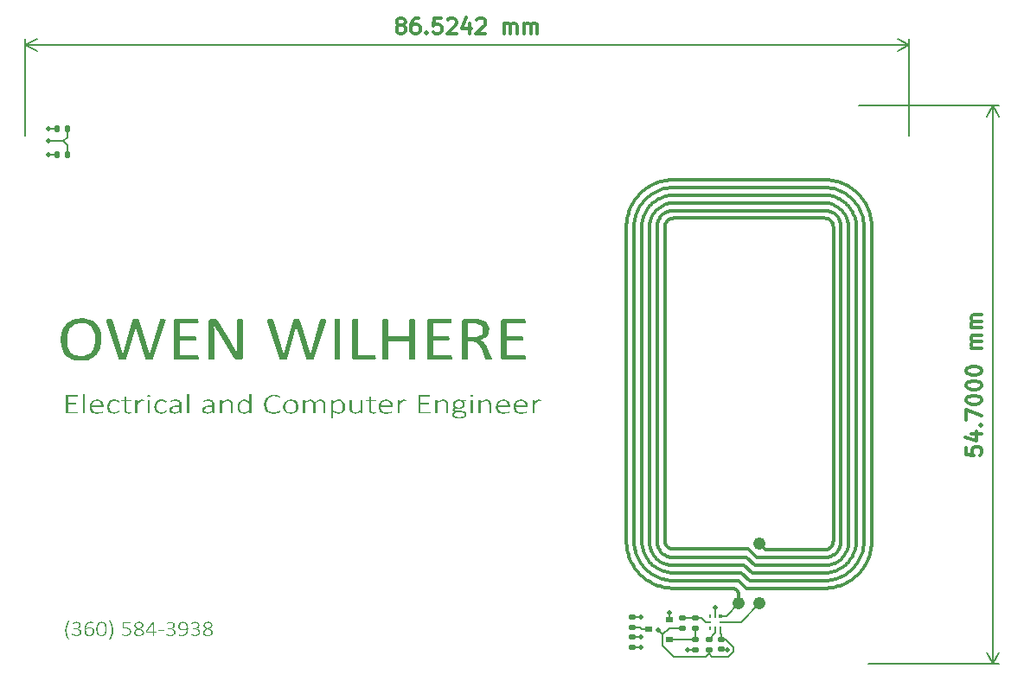
<source format=gbr>
G04 #@! TF.GenerationSoftware,KiCad,Pcbnew,8.0.6*
G04 #@! TF.CreationDate,2025-10-23T00:14:21-07:00*
G04 #@! TF.ProjectId,PCB_Business_Card,5043425f-4275-4736-996e-6573735f4361,rev?*
G04 #@! TF.SameCoordinates,Original*
G04 #@! TF.FileFunction,Copper,L1,Top*
G04 #@! TF.FilePolarity,Positive*
%FSLAX46Y46*%
G04 Gerber Fmt 4.6, Leading zero omitted, Abs format (unit mm)*
G04 Created by KiCad (PCBNEW 8.0.6) date 2025-10-23 00:14:21*
%MOMM*%
%LPD*%
G01*
G04 APERTURE LIST*
G04 Aperture macros list*
%AMRoundRect*
0 Rectangle with rounded corners*
0 $1 Rounding radius*
0 $2 $3 $4 $5 $6 $7 $8 $9 X,Y pos of 4 corners*
0 Add a 4 corners polygon primitive as box body*
4,1,4,$2,$3,$4,$5,$6,$7,$8,$9,$2,$3,0*
0 Add four circle primitives for the rounded corners*
1,1,$1+$1,$2,$3*
1,1,$1+$1,$4,$5*
1,1,$1+$1,$6,$7*
1,1,$1+$1,$8,$9*
0 Add four rect primitives between the rounded corners*
20,1,$1+$1,$2,$3,$4,$5,0*
20,1,$1+$1,$4,$5,$6,$7,0*
20,1,$1+$1,$6,$7,$8,$9,0*
20,1,$1+$1,$8,$9,$2,$3,0*%
G04 Aperture macros list end*
%ADD10C,0.500000*%
G04 #@! TA.AperFunction,NonConductor*
%ADD11C,0.500000*%
G04 #@! TD*
%ADD12C,0.325000*%
G04 #@! TA.AperFunction,NonConductor*
%ADD13C,0.325000*%
G04 #@! TD*
%ADD14C,0.300000*%
G04 #@! TA.AperFunction,NonConductor*
%ADD15C,0.300000*%
G04 #@! TD*
G04 #@! TA.AperFunction,NonConductor*
%ADD16C,0.200000*%
G04 #@! TD*
G04 #@! TA.AperFunction,SMDPad,CuDef*
%ADD17RoundRect,0.147500X-0.147500X-0.172500X0.147500X-0.172500X0.147500X0.172500X-0.147500X0.172500X0*%
G04 #@! TD*
G04 #@! TA.AperFunction,SMDPad,CuDef*
%ADD18RoundRect,0.135000X-0.185000X0.135000X-0.185000X-0.135000X0.185000X-0.135000X0.185000X0.135000X0*%
G04 #@! TD*
G04 #@! TA.AperFunction,SMDPad,CuDef*
%ADD19RoundRect,0.140000X-0.170000X0.140000X-0.170000X-0.140000X0.170000X-0.140000X0.170000X0.140000X0*%
G04 #@! TD*
G04 #@! TA.AperFunction,SMDPad,CuDef*
%ADD20R,0.320000X0.400000*%
G04 #@! TD*
G04 #@! TA.AperFunction,SMDPad,CuDef*
%ADD21R,0.220000X0.400000*%
G04 #@! TD*
G04 #@! TA.AperFunction,SMDPad,CuDef*
%ADD22R,0.400000X0.220000*%
G04 #@! TD*
G04 #@! TA.AperFunction,SMDPad,CuDef*
%ADD23RoundRect,0.135000X0.185000X-0.135000X0.185000X0.135000X-0.185000X0.135000X-0.185000X-0.135000X0*%
G04 #@! TD*
G04 #@! TA.AperFunction,SMDPad,CuDef*
%ADD24R,0.700000X0.600000*%
G04 #@! TD*
G04 #@! TA.AperFunction,ViaPad*
%ADD25C,0.500000*%
G04 #@! TD*
G04 #@! TA.AperFunction,ViaPad*
%ADD26C,1.209040*%
G04 #@! TD*
G04 #@! TA.AperFunction,Conductor*
%ADD27C,0.200000*%
G04 #@! TD*
G04 #@! TA.AperFunction,Conductor*
%ADD28C,0.299720*%
G04 #@! TD*
G04 APERTURE END LIST*
D10*
D11*
G36*
X112439510Y-64065774D02*
G01*
X112685915Y-64097594D01*
X112935906Y-64157829D01*
X113028890Y-64189256D01*
X113264656Y-64295989D01*
X113471561Y-64431812D01*
X113634612Y-64580533D01*
X113786275Y-64771636D01*
X113898856Y-64970160D01*
X113987346Y-65192297D01*
X113994870Y-65215809D01*
X114052723Y-65437264D01*
X114091642Y-65676282D01*
X114110342Y-65903485D01*
X114114549Y-66082993D01*
X114106535Y-66321977D01*
X114082493Y-66548734D01*
X114036286Y-66789219D01*
X113986322Y-66965565D01*
X113904931Y-67177061D01*
X113791158Y-67390439D01*
X113652817Y-67581063D01*
X113606524Y-67633813D01*
X113436651Y-67793783D01*
X113241496Y-67928851D01*
X113021057Y-68039018D01*
X112973935Y-68058063D01*
X112723276Y-68135729D01*
X112476270Y-68181035D01*
X112208978Y-68203040D01*
X112083670Y-68205341D01*
X111812654Y-68194648D01*
X111562889Y-68162567D01*
X111310298Y-68101838D01*
X111216608Y-68070153D01*
X110980435Y-67962039D01*
X110773989Y-67825094D01*
X110612107Y-67675579D01*
X110462674Y-67483201D01*
X110351620Y-67282617D01*
X110264179Y-67057560D01*
X110256734Y-67033709D01*
X110200062Y-66808901D01*
X110161937Y-66566010D01*
X110143619Y-66334926D01*
X110139497Y-66152236D01*
X110140658Y-66118164D01*
X110764759Y-66118164D01*
X110772407Y-66356364D01*
X110795351Y-66581316D01*
X110829483Y-66774323D01*
X110891307Y-66987100D01*
X110986190Y-67191795D01*
X111049302Y-67290896D01*
X111204878Y-67462050D01*
X111400191Y-67596599D01*
X111463293Y-67628318D01*
X111696407Y-67705884D01*
X111950229Y-67742386D01*
X112115422Y-67748119D01*
X112367140Y-67732664D01*
X112608826Y-67680551D01*
X112767550Y-67617327D01*
X112979560Y-67484461D01*
X113151832Y-67316673D01*
X113193754Y-67262320D01*
X113317039Y-67053630D01*
X113399705Y-66835734D01*
X113423342Y-66745746D01*
X113465016Y-66520707D01*
X113487456Y-66285776D01*
X113491730Y-66123660D01*
X113483793Y-65893619D01*
X113457032Y-65655699D01*
X113424563Y-65486186D01*
X113356068Y-65259026D01*
X113248945Y-65043603D01*
X113202302Y-64974009D01*
X113045424Y-64801893D01*
X112848341Y-64666383D01*
X112784647Y-64634389D01*
X112551952Y-64555399D01*
X112301021Y-64518227D01*
X112138625Y-64512390D01*
X111888730Y-64527974D01*
X111649363Y-64580525D01*
X111492602Y-64644281D01*
X111283465Y-64775554D01*
X111111259Y-64940486D01*
X111068841Y-64993792D01*
X110944253Y-65199267D01*
X110859960Y-65415306D01*
X110835589Y-65504870D01*
X110792427Y-65727643D01*
X110769186Y-65959071D01*
X110764759Y-66118164D01*
X110140658Y-66118164D01*
X110147435Y-65919228D01*
X110171249Y-65697212D01*
X110217016Y-65460580D01*
X110266503Y-65286151D01*
X110348581Y-65075978D01*
X110463118Y-64864274D01*
X110602222Y-64675539D01*
X110648743Y-64623398D01*
X110819904Y-64465275D01*
X111015871Y-64331623D01*
X111236644Y-64222444D01*
X111283775Y-64203545D01*
X111534315Y-64125299D01*
X111781009Y-64079655D01*
X112047797Y-64057485D01*
X112172819Y-64055167D01*
X112439510Y-64065774D01*
G37*
G36*
X119203349Y-67999811D02*
G01*
X119161828Y-68069054D01*
X119086113Y-68109720D01*
X118967655Y-68129504D01*
X118795464Y-68135000D01*
X118614724Y-68129504D01*
X118492602Y-68109720D01*
X118420551Y-68069054D01*
X118382693Y-67999811D01*
X117452128Y-65000387D01*
X117444801Y-65000387D01*
X116586287Y-67999811D01*
X116552093Y-68069054D01*
X116483705Y-68109720D01*
X116367690Y-68129504D01*
X116188171Y-68135000D01*
X115998883Y-68129504D01*
X115875540Y-68109720D01*
X115802267Y-68069054D01*
X115765631Y-67999811D01*
X114590823Y-64331039D01*
X114568841Y-64221130D01*
X114595708Y-64159581D01*
X114689741Y-64132103D01*
X114865596Y-64125509D01*
X115034124Y-64129905D01*
X115128157Y-64147491D01*
X115173342Y-64181563D01*
X115191660Y-64236517D01*
X116191835Y-67563471D01*
X116195498Y-67563471D01*
X117143161Y-64242013D01*
X117168806Y-64185959D01*
X117218876Y-64150788D01*
X117316573Y-64132103D01*
X117482658Y-64125509D01*
X117635310Y-64132103D01*
X117726901Y-64150788D01*
X117776971Y-64185959D01*
X117802616Y-64242013D01*
X118822330Y-67563471D01*
X118829658Y-67563471D01*
X119807850Y-64238715D01*
X119828611Y-64185959D01*
X119871353Y-64150788D01*
X119964166Y-64132103D01*
X120124145Y-64125509D01*
X120287787Y-64133203D01*
X120374494Y-64162878D01*
X120400139Y-64224427D01*
X120381821Y-64334337D01*
X119203349Y-67999811D01*
G37*
G36*
X123644905Y-67916280D02*
G01*
X123637578Y-68014099D01*
X123613154Y-68083342D01*
X123574075Y-68122909D01*
X123524005Y-68135000D01*
X121391765Y-68135000D01*
X121241556Y-68087739D01*
X121171946Y-67918478D01*
X121171946Y-64342030D01*
X121241556Y-64173869D01*
X121391765Y-64125509D01*
X123500802Y-64125509D01*
X123549651Y-64137599D01*
X123586287Y-64178265D01*
X123608269Y-64247508D01*
X123616817Y-64349724D01*
X123608269Y-64447543D01*
X123586287Y-64514588D01*
X123549651Y-64553056D01*
X123500802Y-64565146D01*
X121763014Y-64565146D01*
X121763014Y-65796130D01*
X123252896Y-65796130D01*
X123302965Y-65810418D01*
X123340823Y-65849986D01*
X123362805Y-65920327D01*
X123370132Y-66023642D01*
X123362805Y-66122561D01*
X123340823Y-66188506D01*
X123302965Y-66224776D01*
X123252896Y-66235767D01*
X121763014Y-66235767D01*
X121763014Y-67695362D01*
X123524005Y-67695362D01*
X123574075Y-67707452D01*
X123613154Y-67745921D01*
X123637578Y-67814064D01*
X123644905Y-67916280D01*
G37*
G36*
X127944801Y-67906388D02*
G01*
X127922819Y-68011901D01*
X127864200Y-68083342D01*
X127783600Y-68122909D01*
X127694452Y-68135000D01*
X127505163Y-68135000D01*
X127348848Y-68117414D01*
X127221842Y-68053667D01*
X127102163Y-67928370D01*
X126974763Y-67735784D01*
X126970272Y-67728335D01*
X125568318Y-65457609D01*
X125443897Y-65254556D01*
X125346057Y-65089413D01*
X125232461Y-64887842D01*
X125139672Y-64714623D01*
X125132344Y-64714623D01*
X125138450Y-64939112D01*
X125142114Y-65168548D01*
X125144862Y-65398808D01*
X125145778Y-65627969D01*
X125145778Y-68036081D01*
X125132344Y-68077847D01*
X125085938Y-68108621D01*
X124999232Y-68127306D01*
X124864898Y-68135000D01*
X124728122Y-68127306D01*
X124643859Y-68108621D01*
X124599895Y-68077847D01*
X124586461Y-68036081D01*
X124586461Y-64354120D01*
X124662177Y-64178265D01*
X124827041Y-64125509D01*
X125107920Y-64125509D01*
X125275226Y-64140896D01*
X125394905Y-64192554D01*
X125497487Y-64291472D01*
X125606175Y-64449741D01*
X126684508Y-66201695D01*
X126806820Y-66399274D01*
X126877459Y-66514937D01*
X126996120Y-66713559D01*
X127055757Y-66816088D01*
X127172721Y-67017037D01*
X127225505Y-67107348D01*
X127340791Y-67304850D01*
X127392812Y-67395310D01*
X127395254Y-67395310D01*
X127390335Y-67163245D01*
X127387196Y-66938807D01*
X127386706Y-66889727D01*
X127385871Y-66662915D01*
X127385495Y-66428773D01*
X127385484Y-66383046D01*
X127385484Y-64224427D01*
X127398918Y-64183761D01*
X127445324Y-64151887D01*
X127530809Y-64132103D01*
X127670027Y-64125509D01*
X127800697Y-64132103D01*
X127886182Y-64151887D01*
X127931367Y-64183761D01*
X127944801Y-64224427D01*
X127944801Y-67906388D01*
G37*
G36*
X134942358Y-67999811D02*
G01*
X134900837Y-68069054D01*
X134825122Y-68109720D01*
X134706664Y-68129504D01*
X134534473Y-68135000D01*
X134353733Y-68129504D01*
X134231612Y-68109720D01*
X134159560Y-68069054D01*
X134121702Y-67999811D01*
X133191137Y-65000387D01*
X133183810Y-65000387D01*
X132325296Y-67999811D01*
X132291102Y-68069054D01*
X132222714Y-68109720D01*
X132106699Y-68129504D01*
X131927180Y-68135000D01*
X131737892Y-68129504D01*
X131614549Y-68109720D01*
X131541277Y-68069054D01*
X131504640Y-67999811D01*
X130329832Y-64331039D01*
X130307850Y-64221130D01*
X130334717Y-64159581D01*
X130428750Y-64132103D01*
X130604605Y-64125509D01*
X130773133Y-64129905D01*
X130867166Y-64147491D01*
X130912351Y-64181563D01*
X130930669Y-64236517D01*
X131930844Y-67563471D01*
X131934508Y-67563471D01*
X132882170Y-64242013D01*
X132907815Y-64185959D01*
X132957885Y-64150788D01*
X133055582Y-64132103D01*
X133221667Y-64125509D01*
X133374319Y-64132103D01*
X133465910Y-64150788D01*
X133515980Y-64185959D01*
X133541625Y-64242013D01*
X134561339Y-67563471D01*
X134568667Y-67563471D01*
X135546859Y-64238715D01*
X135567620Y-64185959D01*
X135610362Y-64150788D01*
X135703175Y-64132103D01*
X135863154Y-64125509D01*
X136026796Y-64133203D01*
X136113503Y-64162878D01*
X136139148Y-64224427D01*
X136120830Y-64334337D01*
X134942358Y-67999811D01*
G37*
G36*
X137502023Y-68037180D02*
G01*
X137487369Y-68080045D01*
X137439741Y-68108621D01*
X137348150Y-68127306D01*
X137206489Y-68135000D01*
X137064829Y-68127306D01*
X136972016Y-68108621D01*
X136924389Y-68080045D01*
X136910956Y-68037180D01*
X136910956Y-64223328D01*
X136925610Y-64181563D01*
X136976901Y-64151887D01*
X137069713Y-64133203D01*
X137206489Y-64125509D01*
X137348150Y-64133203D01*
X137439741Y-64151887D01*
X137487369Y-64181563D01*
X137502023Y-64223328D01*
X137502023Y-68037180D01*
G37*
G36*
X140978820Y-67905289D02*
G01*
X140971493Y-68007505D01*
X140949511Y-68078946D01*
X140911653Y-68121810D01*
X140859141Y-68135000D01*
X138894207Y-68135000D01*
X138743998Y-68087739D01*
X138674389Y-67919577D01*
X138674389Y-64224427D01*
X138687822Y-64181563D01*
X138735450Y-64151887D01*
X138828262Y-64133203D01*
X138969923Y-64125509D01*
X139111584Y-64133203D01*
X139203175Y-64151887D01*
X139250802Y-64181563D01*
X139265457Y-64224427D01*
X139265457Y-67677777D01*
X140859141Y-67677777D01*
X140911653Y-67692065D01*
X140949511Y-67731632D01*
X140971493Y-67800875D01*
X140978820Y-67905289D01*
G37*
G36*
X144815875Y-68037180D02*
G01*
X144802442Y-68080045D01*
X144753593Y-68108621D01*
X144662002Y-68127306D01*
X144524005Y-68135000D01*
X144379902Y-68127306D01*
X144290753Y-68109720D01*
X144241905Y-68081144D01*
X144228471Y-68038279D01*
X144228471Y-66306109D01*
X142206140Y-66306109D01*
X142206140Y-68038279D01*
X142191486Y-68081144D01*
X142143859Y-68109720D01*
X142052267Y-68127306D01*
X141910607Y-68135000D01*
X141768946Y-68127306D01*
X141676133Y-68108621D01*
X141628506Y-68080045D01*
X141615073Y-68037180D01*
X141615073Y-64223328D01*
X141628506Y-64181563D01*
X141676133Y-64151887D01*
X141768946Y-64133203D01*
X141910607Y-64125509D01*
X142052267Y-64133203D01*
X142143859Y-64151887D01*
X142191486Y-64181563D01*
X142206140Y-64225526D01*
X142206140Y-65848886D01*
X144228471Y-65848886D01*
X144228471Y-64225526D01*
X144241905Y-64181563D01*
X144290753Y-64151887D01*
X144379902Y-64133203D01*
X144524005Y-64125509D01*
X144662002Y-64133203D01*
X144753593Y-64151887D01*
X144802442Y-64181563D01*
X144815875Y-64223328D01*
X144815875Y-68037180D01*
G37*
G36*
X148445324Y-67916280D02*
G01*
X148437997Y-68014099D01*
X148413572Y-68083342D01*
X148374494Y-68122909D01*
X148324424Y-68135000D01*
X146192184Y-68135000D01*
X146041974Y-68087739D01*
X145972365Y-67918478D01*
X145972365Y-64342030D01*
X146041974Y-64173869D01*
X146192184Y-64125509D01*
X148301221Y-64125509D01*
X148350069Y-64137599D01*
X148386706Y-64178265D01*
X148408688Y-64247508D01*
X148417236Y-64349724D01*
X148408688Y-64447543D01*
X148386706Y-64514588D01*
X148350069Y-64553056D01*
X148301221Y-64565146D01*
X146563433Y-64565146D01*
X146563433Y-65796130D01*
X148053314Y-65796130D01*
X148103384Y-65810418D01*
X148141242Y-65849986D01*
X148163224Y-65920327D01*
X148170551Y-66023642D01*
X148163224Y-66122561D01*
X148141242Y-66188506D01*
X148103384Y-66224776D01*
X148053314Y-66235767D01*
X146563433Y-66235767D01*
X146563433Y-67695362D01*
X148324424Y-67695362D01*
X148374494Y-67707452D01*
X148413572Y-67745921D01*
X148437997Y-67814064D01*
X148445324Y-67916280D01*
G37*
G36*
X150801676Y-64131399D02*
G01*
X150830355Y-64133203D01*
X151031856Y-64149689D01*
X151274267Y-64200797D01*
X151486147Y-64274986D01*
X151698691Y-64393063D01*
X151818318Y-64492606D01*
X151959521Y-64672067D01*
X152018597Y-64793757D01*
X152076318Y-65019501D01*
X152085764Y-65168548D01*
X152064668Y-65390060D01*
X152025924Y-65524654D01*
X151918247Y-65723620D01*
X151852512Y-65802725D01*
X151666539Y-65960053D01*
X151581402Y-66012651D01*
X151357805Y-66116696D01*
X151227250Y-66162128D01*
X151426308Y-66273136D01*
X151593614Y-66432505D01*
X151726041Y-66625303D01*
X151738939Y-66647927D01*
X151842666Y-66847206D01*
X151876936Y-66921601D01*
X152275052Y-67808569D01*
X152336113Y-67965739D01*
X152350767Y-68034982D01*
X152339776Y-68078946D01*
X152295812Y-68110819D01*
X152199337Y-68129504D01*
X152034473Y-68135000D01*
X151887927Y-68129504D01*
X151797557Y-68108621D01*
X151743824Y-68070153D01*
X151712072Y-68007505D01*
X151302965Y-67060087D01*
X151201585Y-66850400D01*
X151153977Y-66763332D01*
X151015130Y-66574908D01*
X150969574Y-66530324D01*
X150771933Y-66400391D01*
X150719225Y-66378649D01*
X150470097Y-66327129D01*
X150372400Y-66323695D01*
X149977948Y-66323695D01*
X149977948Y-68036081D01*
X149962072Y-68078946D01*
X149913224Y-68108621D01*
X149824075Y-68127306D01*
X149682414Y-68135000D01*
X149539532Y-68127306D01*
X149447941Y-68108621D01*
X149400314Y-68080045D01*
X149386880Y-68036081D01*
X149386880Y-65884057D01*
X149977948Y-65884057D01*
X150554361Y-65884057D01*
X150808960Y-65866621D01*
X150957362Y-65834598D01*
X151180844Y-65737122D01*
X151240683Y-65695013D01*
X151393621Y-65514814D01*
X151407990Y-65485087D01*
X151460411Y-65265418D01*
X151461723Y-65221304D01*
X151428636Y-64997400D01*
X151344487Y-64833325D01*
X151162750Y-64682551D01*
X150952477Y-64604713D01*
X150758304Y-64575038D01*
X150507354Y-64565233D01*
X150474982Y-64565146D01*
X149977948Y-64565146D01*
X149977948Y-65884057D01*
X149386880Y-65884057D01*
X149386880Y-64340931D01*
X149456489Y-64173869D01*
X149606699Y-64125509D01*
X150550697Y-64125509D01*
X150801676Y-64131399D01*
G37*
G36*
X155660258Y-67916280D02*
G01*
X155652930Y-68014099D01*
X155628506Y-68083342D01*
X155589427Y-68122909D01*
X155539357Y-68135000D01*
X153407117Y-68135000D01*
X153256908Y-68087739D01*
X153187299Y-67918478D01*
X153187299Y-64342030D01*
X153256908Y-64173869D01*
X153407117Y-64125509D01*
X155516154Y-64125509D01*
X155565003Y-64137599D01*
X155601639Y-64178265D01*
X155623621Y-64247508D01*
X155632170Y-64349724D01*
X155623621Y-64447543D01*
X155601639Y-64514588D01*
X155565003Y-64553056D01*
X155516154Y-64565146D01*
X153778367Y-64565146D01*
X153778367Y-65796130D01*
X155268248Y-65796130D01*
X155318318Y-65810418D01*
X155356175Y-65849986D01*
X155378157Y-65920327D01*
X155385484Y-66023642D01*
X155378157Y-66122561D01*
X155356175Y-66188506D01*
X155318318Y-66224776D01*
X155268248Y-66235767D01*
X153778367Y-66235767D01*
X153778367Y-67695362D01*
X155539357Y-67695362D01*
X155589427Y-67707452D01*
X155628506Y-67745921D01*
X155652930Y-67814064D01*
X155660258Y-67916280D01*
G37*
D10*
D11*
G36*
X111816137Y-73297962D02*
G01*
X111812473Y-73324829D01*
X111801482Y-73344368D01*
X111783164Y-73356092D01*
X111761182Y-73360000D01*
X110720708Y-73360000D01*
X110657205Y-73341437D01*
X110624842Y-73273049D01*
X110624842Y-71664954D01*
X110657205Y-71596566D01*
X110720708Y-71578004D01*
X111745917Y-71578004D01*
X111767899Y-71581912D01*
X111784996Y-71594124D01*
X111795376Y-71614152D01*
X111799040Y-71642484D01*
X111795376Y-71668862D01*
X111784996Y-71687913D01*
X111767899Y-71699148D01*
X111745917Y-71703056D01*
X110834281Y-71703056D01*
X110834281Y-72359581D01*
X111620743Y-72359581D01*
X111644556Y-72363977D01*
X111661653Y-72375701D01*
X111672034Y-72396217D01*
X111675697Y-72425038D01*
X111672034Y-72451905D01*
X111661653Y-72470467D01*
X111644556Y-72481214D01*
X111620743Y-72484633D01*
X110834281Y-72484633D01*
X110834281Y-73234947D01*
X111761182Y-73234947D01*
X111783164Y-73238855D01*
X111801482Y-73250579D01*
X111812473Y-73270118D01*
X111816137Y-73297962D01*
G37*
G36*
X112500628Y-73324340D02*
G01*
X112495132Y-73339483D01*
X112479256Y-73350718D01*
X112448115Y-73357557D01*
X112398046Y-73360000D01*
X112348586Y-73357557D01*
X112316835Y-73350718D01*
X112300959Y-73339483D01*
X112296685Y-73324340D01*
X112296685Y-71488122D01*
X112300959Y-71473468D01*
X112316835Y-71461744D01*
X112348586Y-71454905D01*
X112398046Y-71452951D01*
X112448115Y-71454905D01*
X112479256Y-71461744D01*
X112495132Y-71473468D01*
X112500628Y-71488122D01*
X112500628Y-73324340D01*
G37*
G36*
X113803844Y-72022488D02*
G01*
X113930219Y-72047612D01*
X113978297Y-72064047D01*
X114084709Y-72116683D01*
X114176624Y-72188918D01*
X114181629Y-72193984D01*
X114250780Y-72282278D01*
X114295923Y-72377254D01*
X114298255Y-72384005D01*
X114323717Y-72480616D01*
X114334920Y-72581529D01*
X114335502Y-72611151D01*
X114335502Y-72645345D01*
X114302529Y-72715687D01*
X114239637Y-72734738D01*
X113180233Y-72734738D01*
X113185609Y-72836345D01*
X113203302Y-72935456D01*
X113208321Y-72954068D01*
X113248981Y-73050013D01*
X113301744Y-73121618D01*
X113393321Y-73193204D01*
X113472103Y-73229085D01*
X113597134Y-73258053D01*
X113720285Y-73266174D01*
X113729780Y-73266210D01*
X113856051Y-73260677D01*
X113923342Y-73252044D01*
X114043332Y-73227059D01*
X114071720Y-73219316D01*
X114174912Y-73187076D01*
X114232920Y-73172421D01*
X114251849Y-73176329D01*
X114265282Y-73187564D01*
X114273220Y-73207103D01*
X114275662Y-73236901D01*
X114273831Y-73253021D01*
X114269556Y-73267187D01*
X114261618Y-73279888D01*
X114248185Y-73291612D01*
X114195062Y-73314570D01*
X114078436Y-73347787D01*
X113956964Y-73370777D01*
X113910519Y-73377585D01*
X113785727Y-73389339D01*
X113705355Y-73391263D01*
X113576012Y-73385080D01*
X113448874Y-73364429D01*
X113386008Y-73347299D01*
X113273141Y-73300362D01*
X113177104Y-73237344D01*
X113152756Y-73216385D01*
X113078708Y-73132783D01*
X113025647Y-73040921D01*
X113009263Y-73001939D01*
X112979496Y-72900251D01*
X112964279Y-72797018D01*
X112960415Y-72705429D01*
X112965778Y-72609685D01*
X113180233Y-72609685D01*
X114124232Y-72609685D01*
X114119233Y-72505333D01*
X114095088Y-72402387D01*
X114045261Y-72305949D01*
X114011270Y-72264815D01*
X113916987Y-72194174D01*
X113797018Y-72152856D01*
X113665666Y-72140739D01*
X113543349Y-72153104D01*
X113460502Y-72179818D01*
X113361087Y-72238589D01*
X113311514Y-72283377D01*
X113246160Y-72371991D01*
X113217480Y-72432854D01*
X113189767Y-72530639D01*
X113180233Y-72609685D01*
X112965778Y-72609685D01*
X112966403Y-72598529D01*
X112984369Y-72499479D01*
X113011095Y-72416245D01*
X113059428Y-72318708D01*
X113122071Y-72234071D01*
X113155809Y-72199357D01*
X113245986Y-72129273D01*
X113350888Y-72075458D01*
X113383565Y-72063070D01*
X113505766Y-72030679D01*
X113629493Y-72016844D01*
X113679710Y-72015687D01*
X113803844Y-72022488D01*
G37*
G36*
X115882780Y-73148485D02*
G01*
X115880949Y-73174863D01*
X115875453Y-73195380D01*
X115866294Y-73211988D01*
X115837595Y-73239832D01*
X115763101Y-73288681D01*
X115653979Y-73338111D01*
X115645865Y-73340949D01*
X115528222Y-73372479D01*
X115504815Y-73377096D01*
X115383528Y-73390585D01*
X115348499Y-73391263D01*
X115223570Y-73384007D01*
X115102556Y-73359964D01*
X115062735Y-73347299D01*
X114954811Y-73296394D01*
X114864598Y-73227028D01*
X114853907Y-73216385D01*
X114787890Y-73133251D01*
X114740402Y-73042659D01*
X114725680Y-73004382D01*
X114699262Y-72904502D01*
X114685756Y-72803531D01*
X114682327Y-72714221D01*
X114686577Y-72614058D01*
X114701270Y-72512735D01*
X114729553Y-72413402D01*
X114736060Y-72396706D01*
X114782485Y-72304222D01*
X114845570Y-72219379D01*
X114885048Y-72180307D01*
X114980620Y-72110848D01*
X115089876Y-72060923D01*
X115105478Y-72055743D01*
X115227864Y-72026992D01*
X115358033Y-72015843D01*
X115375976Y-72015687D01*
X115501621Y-72023685D01*
X115523743Y-72026922D01*
X115642595Y-72053304D01*
X115653803Y-72056720D01*
X115759438Y-72098729D01*
X115827215Y-72138785D01*
X115855914Y-72163698D01*
X115868126Y-72182260D01*
X115874232Y-72204242D01*
X115876064Y-72232086D01*
X115861409Y-72282889D01*
X115829658Y-72297055D01*
X115770429Y-72272630D01*
X115680059Y-72218897D01*
X115570804Y-72172915D01*
X115546946Y-72165163D01*
X115425338Y-72143124D01*
X115360711Y-72140739D01*
X115231315Y-72155050D01*
X115111845Y-72203851D01*
X115024022Y-72278269D01*
X115016329Y-72287285D01*
X114957886Y-72379759D01*
X114921994Y-72479280D01*
X114902985Y-72579735D01*
X114895547Y-72692672D01*
X114895429Y-72709825D01*
X114899980Y-72809430D01*
X114915181Y-72906483D01*
X114927791Y-72954068D01*
X114967786Y-73049811D01*
X115021824Y-73127969D01*
X115108407Y-73201127D01*
X115170202Y-73232016D01*
X115288173Y-73261402D01*
X115367428Y-73266210D01*
X115492350Y-73253588D01*
X115549389Y-73236901D01*
X115656436Y-73189640D01*
X115686775Y-73172421D01*
X115781438Y-73109778D01*
X115783862Y-73107941D01*
X115841870Y-73078632D01*
X115859577Y-73083028D01*
X115872400Y-73096706D01*
X115880338Y-73118688D01*
X115882780Y-73148485D01*
G37*
G36*
X117033775Y-73282330D02*
G01*
X117027669Y-73323852D01*
X117008740Y-73349253D01*
X116970882Y-73365861D01*
X116913485Y-73379539D01*
X116845097Y-73387843D01*
X116774267Y-73391263D01*
X116650003Y-73382308D01*
X116578872Y-73365861D01*
X116474115Y-73312922D01*
X116446371Y-73288681D01*
X116387150Y-73200116D01*
X116371877Y-73157766D01*
X116353115Y-73059226D01*
X116348674Y-72970188D01*
X116348674Y-72172002D01*
X116116643Y-72172002D01*
X116078785Y-72156859D01*
X116065352Y-72109965D01*
X116068405Y-72082121D01*
X116078785Y-72062581D01*
X116095272Y-72050858D01*
X116116643Y-72046950D01*
X116348674Y-72046950D01*
X116348674Y-71739204D01*
X116352948Y-71724061D01*
X116368824Y-71712337D01*
X116400575Y-71705498D01*
X116450034Y-71703056D01*
X116500104Y-71705498D01*
X116531245Y-71712337D01*
X116547121Y-71724061D01*
X116552616Y-71739204D01*
X116552616Y-72046950D01*
X116982484Y-72046950D01*
X117003244Y-72050858D01*
X117019731Y-72062581D01*
X117030111Y-72082121D01*
X117033775Y-72109965D01*
X117019120Y-72156859D01*
X116982484Y-72172002D01*
X116552616Y-72172002D01*
X116552616Y-72961395D01*
X116559743Y-73063176D01*
X116588696Y-73162387D01*
X116603297Y-73188541D01*
X116699324Y-73255288D01*
X116788311Y-73266210D01*
X116862805Y-73259371D01*
X116922034Y-73244228D01*
X116965387Y-73229085D01*
X116997749Y-73222247D01*
X117013014Y-73225177D01*
X117024005Y-73235436D01*
X117031332Y-73254487D01*
X117033775Y-73282330D01*
G37*
G36*
X118297732Y-72108988D02*
G01*
X118295900Y-72138785D01*
X118289794Y-72160767D01*
X118279413Y-72174445D01*
X118263538Y-72178841D01*
X118226901Y-72172979D01*
X118179274Y-72159790D01*
X118118824Y-72147090D01*
X118046772Y-72140739D01*
X117955792Y-72158813D01*
X117861758Y-72216943D01*
X117782078Y-72295332D01*
X117758565Y-72322944D01*
X117694445Y-72406561D01*
X117639497Y-72484633D01*
X117639497Y-73324340D01*
X117634002Y-73339483D01*
X117618126Y-73350718D01*
X117586985Y-73357557D01*
X117536915Y-73360000D01*
X117487456Y-73357557D01*
X117455704Y-73350718D01*
X117439829Y-73339483D01*
X117435554Y-73324340D01*
X117435554Y-72082609D01*
X117439829Y-72067466D01*
X117455704Y-72055743D01*
X117486235Y-72048904D01*
X117533251Y-72046950D01*
X117581489Y-72048904D01*
X117610799Y-72055743D01*
X117625453Y-72067466D01*
X117629727Y-72082609D01*
X117629727Y-72278981D01*
X117701812Y-72195364D01*
X117753070Y-72144647D01*
X117841720Y-72076456D01*
X117861147Y-72065024D01*
X117961898Y-72025945D01*
X118062648Y-72015687D01*
X118113939Y-72017641D01*
X118176831Y-72023503D01*
X118236671Y-72034249D01*
X118273307Y-72045484D01*
X118287351Y-72054766D01*
X118293457Y-72065024D01*
X118296510Y-72081632D01*
X118297732Y-72108988D01*
G37*
G36*
X118846057Y-73324340D02*
G01*
X118840561Y-73339483D01*
X118824685Y-73350718D01*
X118793545Y-73357557D01*
X118743475Y-73360000D01*
X118694016Y-73357557D01*
X118662264Y-73350718D01*
X118646388Y-73339483D01*
X118642114Y-73324340D01*
X118642114Y-72082609D01*
X118646388Y-72067466D01*
X118662264Y-72055743D01*
X118694016Y-72048904D01*
X118743475Y-72046950D01*
X118793545Y-72048904D01*
X118824685Y-72055743D01*
X118840561Y-72067466D01*
X118846057Y-72082609D01*
X118846057Y-73324340D01*
G37*
G36*
X118877198Y-71655673D02*
G01*
X118847889Y-71743112D01*
X118741643Y-71765582D01*
X118637229Y-71743600D01*
X118609141Y-71656650D01*
X118638450Y-71569699D01*
X118744696Y-71546741D01*
X118848499Y-71569211D01*
X118877198Y-71655673D01*
G37*
G36*
X120498970Y-73148485D02*
G01*
X120497138Y-73174863D01*
X120491643Y-73195380D01*
X120482484Y-73211988D01*
X120453785Y-73239832D01*
X120379291Y-73288681D01*
X120270169Y-73338111D01*
X120262055Y-73340949D01*
X120144412Y-73372479D01*
X120121004Y-73377096D01*
X119999718Y-73390585D01*
X119964689Y-73391263D01*
X119839760Y-73384007D01*
X119718745Y-73359964D01*
X119678925Y-73347299D01*
X119571001Y-73296394D01*
X119480788Y-73227028D01*
X119470097Y-73216385D01*
X119404080Y-73133251D01*
X119356592Y-73042659D01*
X119341870Y-73004382D01*
X119315451Y-72904502D01*
X119301946Y-72803531D01*
X119298517Y-72714221D01*
X119302767Y-72614058D01*
X119317460Y-72512735D01*
X119345743Y-72413402D01*
X119352250Y-72396706D01*
X119398675Y-72304222D01*
X119461760Y-72219379D01*
X119501238Y-72180307D01*
X119596810Y-72110848D01*
X119706066Y-72060923D01*
X119721667Y-72055743D01*
X119844054Y-72026992D01*
X119974223Y-72015843D01*
X119992166Y-72015687D01*
X120117811Y-72023685D01*
X120139933Y-72026922D01*
X120258785Y-72053304D01*
X120269993Y-72056720D01*
X120375628Y-72098729D01*
X120443405Y-72138785D01*
X120472103Y-72163698D01*
X120484316Y-72182260D01*
X120490422Y-72204242D01*
X120492254Y-72232086D01*
X120477599Y-72282889D01*
X120445847Y-72297055D01*
X120386618Y-72272630D01*
X120296249Y-72218897D01*
X120186994Y-72172915D01*
X120163136Y-72165163D01*
X120041528Y-72143124D01*
X119976901Y-72140739D01*
X119847505Y-72155050D01*
X119728035Y-72203851D01*
X119640212Y-72278269D01*
X119632519Y-72287285D01*
X119574076Y-72379759D01*
X119538183Y-72479280D01*
X119519175Y-72579735D01*
X119511737Y-72692672D01*
X119511618Y-72709825D01*
X119516169Y-72809430D01*
X119531371Y-72906483D01*
X119543981Y-72954068D01*
X119583975Y-73049811D01*
X119638014Y-73127969D01*
X119724596Y-73201127D01*
X119786392Y-73232016D01*
X119904363Y-73261402D01*
X119983618Y-73266210D01*
X120108539Y-73253588D01*
X120165579Y-73236901D01*
X120272626Y-73189640D01*
X120302965Y-73172421D01*
X120397628Y-73109778D01*
X120400052Y-73107941D01*
X120458060Y-73078632D01*
X120475767Y-73083028D01*
X120488590Y-73096706D01*
X120496528Y-73118688D01*
X120498970Y-73148485D01*
G37*
G36*
X121512499Y-72021671D02*
G01*
X121637865Y-72043164D01*
X121651796Y-72046950D01*
X121762114Y-72090776D01*
X121829483Y-72136831D01*
X121899178Y-72220179D01*
X121926570Y-72280446D01*
X121949439Y-72377372D01*
X121955879Y-72473886D01*
X121955879Y-73323852D01*
X121944277Y-73345833D01*
X121914968Y-73356580D01*
X121866730Y-73360000D01*
X121816660Y-73356580D01*
X121784909Y-73345833D01*
X121773918Y-73324340D01*
X121773918Y-73185610D01*
X121685058Y-73253634D01*
X121581475Y-73314809D01*
X121542498Y-73333621D01*
X121430566Y-73373025D01*
X121306489Y-73390756D01*
X121281158Y-73391263D01*
X121158469Y-73383956D01*
X121061950Y-73365373D01*
X120947409Y-73322357D01*
X120897697Y-73292100D01*
X120817794Y-73212488D01*
X120795115Y-73175840D01*
X120763346Y-73079139D01*
X120759089Y-73022944D01*
X120760151Y-73015129D01*
X120975244Y-73015129D01*
X120993893Y-73112201D01*
X121060118Y-73197822D01*
X121169943Y-73251184D01*
X121299476Y-73266210D01*
X121424577Y-73251183D01*
X121527233Y-73212965D01*
X121629083Y-73149818D01*
X121721911Y-73074426D01*
X121751325Y-73047369D01*
X121751325Y-72734738D01*
X121468004Y-72734738D01*
X121345569Y-72740114D01*
X121251849Y-72753789D01*
X121134203Y-72790259D01*
X121096755Y-72809476D01*
X121013140Y-72885184D01*
X121005163Y-72897892D01*
X120975974Y-72994878D01*
X120975244Y-73015129D01*
X120760151Y-73015129D01*
X120772370Y-72925247D01*
X120812212Y-72841228D01*
X120886078Y-72762591D01*
X120963032Y-72712756D01*
X121078513Y-72665185D01*
X121198726Y-72635575D01*
X121324783Y-72617877D01*
X121452301Y-72610318D01*
X121504030Y-72609685D01*
X121751325Y-72609685D01*
X121751325Y-72493426D01*
X121743216Y-72393592D01*
X121730565Y-72341018D01*
X121683055Y-72250632D01*
X121664009Y-72230132D01*
X121566137Y-72170639D01*
X121543719Y-72163210D01*
X121420793Y-72142517D01*
X121363590Y-72140739D01*
X121237090Y-72149154D01*
X121177965Y-72160279D01*
X121061464Y-72193027D01*
X121033251Y-72203265D01*
X120931280Y-72246741D01*
X120873883Y-72265792D01*
X120854954Y-72263838D01*
X120840300Y-72255533D01*
X120831751Y-72240390D01*
X120829309Y-72217920D01*
X120834193Y-72181772D01*
X120861060Y-72154417D01*
X120937386Y-72114849D01*
X121050531Y-72070248D01*
X121063782Y-72066001D01*
X121182117Y-72036258D01*
X121217655Y-72029853D01*
X121341303Y-72016572D01*
X121382519Y-72015687D01*
X121512499Y-72021671D01*
G37*
G36*
X122717306Y-73324340D02*
G01*
X122711810Y-73339483D01*
X122695935Y-73350718D01*
X122664794Y-73357557D01*
X122614724Y-73360000D01*
X122565265Y-73357557D01*
X122533513Y-73350718D01*
X122517637Y-73339483D01*
X122513363Y-73324340D01*
X122513363Y-71488122D01*
X122517637Y-71473468D01*
X122533513Y-71461744D01*
X122565265Y-71454905D01*
X122614724Y-71452951D01*
X122664794Y-71454905D01*
X122695935Y-71461744D01*
X122711810Y-71473468D01*
X122717306Y-71488122D01*
X122717306Y-73324340D01*
G37*
G36*
X124721850Y-72021671D02*
G01*
X124847216Y-72043164D01*
X124861147Y-72046950D01*
X124971465Y-72090776D01*
X125038834Y-72136831D01*
X125108529Y-72220179D01*
X125135921Y-72280446D01*
X125158790Y-72377372D01*
X125165230Y-72473886D01*
X125165230Y-73323852D01*
X125153628Y-73345833D01*
X125124319Y-73356580D01*
X125076081Y-73360000D01*
X125026011Y-73356580D01*
X124994260Y-73345833D01*
X124983269Y-73324340D01*
X124983269Y-73185610D01*
X124894409Y-73253634D01*
X124790826Y-73314809D01*
X124751849Y-73333621D01*
X124639917Y-73373025D01*
X124515840Y-73390756D01*
X124490509Y-73391263D01*
X124367820Y-73383956D01*
X124271301Y-73365373D01*
X124156760Y-73322357D01*
X124107048Y-73292100D01*
X124027145Y-73212488D01*
X124004466Y-73175840D01*
X123972697Y-73079139D01*
X123968440Y-73022944D01*
X123969502Y-73015129D01*
X124184595Y-73015129D01*
X124203244Y-73112201D01*
X124269469Y-73197822D01*
X124379294Y-73251184D01*
X124508827Y-73266210D01*
X124633928Y-73251183D01*
X124736584Y-73212965D01*
X124838434Y-73149818D01*
X124931262Y-73074426D01*
X124960676Y-73047369D01*
X124960676Y-72734738D01*
X124677355Y-72734738D01*
X124554920Y-72740114D01*
X124461200Y-72753789D01*
X124343554Y-72790259D01*
X124306106Y-72809476D01*
X124222491Y-72885184D01*
X124214515Y-72897892D01*
X124185325Y-72994878D01*
X124184595Y-73015129D01*
X123969502Y-73015129D01*
X123981721Y-72925247D01*
X124021563Y-72841228D01*
X124095429Y-72762591D01*
X124172383Y-72712756D01*
X124287864Y-72665185D01*
X124408077Y-72635575D01*
X124534134Y-72617877D01*
X124661652Y-72610318D01*
X124713381Y-72609685D01*
X124960676Y-72609685D01*
X124960676Y-72493426D01*
X124952567Y-72393592D01*
X124939916Y-72341018D01*
X124892406Y-72250632D01*
X124873360Y-72230132D01*
X124775488Y-72170639D01*
X124753070Y-72163210D01*
X124630144Y-72142517D01*
X124572941Y-72140739D01*
X124446441Y-72149154D01*
X124387316Y-72160279D01*
X124270815Y-72193027D01*
X124242602Y-72203265D01*
X124140631Y-72246741D01*
X124083234Y-72265792D01*
X124064305Y-72263838D01*
X124049651Y-72255533D01*
X124041102Y-72240390D01*
X124038660Y-72217920D01*
X124043545Y-72181772D01*
X124070411Y-72154417D01*
X124146737Y-72114849D01*
X124259882Y-72070248D01*
X124273133Y-72066001D01*
X124391468Y-72036258D01*
X124427006Y-72029853D01*
X124550654Y-72016572D01*
X124591870Y-72015687D01*
X124721850Y-72021671D01*
G37*
G36*
X126983007Y-73323852D02*
G01*
X126977512Y-73339483D01*
X126961636Y-73350718D01*
X126930495Y-73357557D01*
X126881646Y-73360000D01*
X126830355Y-73357069D01*
X126799825Y-73350230D01*
X126783339Y-73338995D01*
X126778454Y-73323363D01*
X126778454Y-72569141D01*
X126773490Y-72468191D01*
X126755861Y-72377655D01*
X126712591Y-72282474D01*
X126689305Y-72251137D01*
X126600345Y-72181209D01*
X126575122Y-72169560D01*
X126457656Y-72142540D01*
X126412700Y-72140739D01*
X126286839Y-72160178D01*
X126175785Y-72209616D01*
X126077522Y-72276220D01*
X125991229Y-72349200D01*
X125926657Y-72411849D01*
X125926657Y-73323363D01*
X125921161Y-73338995D01*
X125905286Y-73350230D01*
X125874145Y-73357069D01*
X125824075Y-73360000D01*
X125774616Y-73357557D01*
X125742864Y-73350718D01*
X125726988Y-73339483D01*
X125722714Y-73324340D01*
X125722714Y-72082609D01*
X125726988Y-72067466D01*
X125742864Y-72055743D01*
X125773394Y-72048904D01*
X125820411Y-72046950D01*
X125868649Y-72048904D01*
X125897958Y-72055743D01*
X125912613Y-72067466D01*
X125916887Y-72082609D01*
X125916887Y-72258464D01*
X125999987Y-72185392D01*
X126098447Y-72115966D01*
X126179448Y-72073328D01*
X126291831Y-72033925D01*
X126419410Y-72015912D01*
X126435293Y-72015687D01*
X126559630Y-72023728D01*
X126679118Y-72052610D01*
X126692358Y-72057697D01*
X126797566Y-72113682D01*
X126861496Y-72170048D01*
X126922719Y-72257151D01*
X126954309Y-72335157D01*
X126974908Y-72432129D01*
X126982559Y-72530062D01*
X126983007Y-72562791D01*
X126983007Y-73323852D01*
G37*
G36*
X128740945Y-71455882D02*
G01*
X128772086Y-71462721D01*
X128787962Y-71473468D01*
X128793457Y-71488611D01*
X128793457Y-73324340D01*
X128789183Y-73340949D01*
X128773307Y-73352184D01*
X128745219Y-73358046D01*
X128702477Y-73360000D01*
X128656681Y-73358046D01*
X128627372Y-73352184D01*
X128610275Y-73341926D01*
X128604169Y-73326294D01*
X128604169Y-73156789D01*
X128518289Y-73226475D01*
X128422132Y-73289856D01*
X128348325Y-73328736D01*
X128237132Y-73369220D01*
X128108370Y-73389736D01*
X128060118Y-73391263D01*
X127931453Y-73382475D01*
X127811373Y-73353357D01*
X127773133Y-73338018D01*
X127671739Y-73279378D01*
X127589664Y-73204209D01*
X127580181Y-73192937D01*
X127519064Y-73100430D01*
X127477757Y-73001695D01*
X127470882Y-72978981D01*
X127448743Y-72876545D01*
X127438325Y-72777695D01*
X127436688Y-72718129D01*
X127437770Y-72692728D01*
X127649790Y-72692728D01*
X127654218Y-72793564D01*
X127667500Y-72891824D01*
X127669940Y-72904731D01*
X127698028Y-73002184D01*
X127740771Y-73088401D01*
X127811637Y-73172920D01*
X127873272Y-73217850D01*
X127985583Y-73258229D01*
X128079047Y-73266210D01*
X128198726Y-73251556D01*
X128311319Y-73205989D01*
X128319016Y-73201730D01*
X128414499Y-73138441D01*
X128447243Y-73112337D01*
X128528998Y-73038069D01*
X128588904Y-72976538D01*
X128588904Y-72421618D01*
X128509334Y-72342478D01*
X128424011Y-72270080D01*
X128340997Y-72213035D01*
X128234592Y-72163614D01*
X128115658Y-72141375D01*
X128091259Y-72140739D01*
X127968813Y-72155886D01*
X127888538Y-72188611D01*
X127799453Y-72256308D01*
X127751151Y-72315129D01*
X127700468Y-72409702D01*
X127673604Y-72492449D01*
X127655744Y-72591856D01*
X127649790Y-72692728D01*
X127437770Y-72692728D01*
X127440862Y-72620175D01*
X127455096Y-72519587D01*
X127479431Y-72426503D01*
X127521306Y-72327298D01*
X127581279Y-72234707D01*
X127606437Y-72205219D01*
X127694021Y-72128920D01*
X127798778Y-72071296D01*
X127814043Y-72065024D01*
X127929982Y-72031297D01*
X128051035Y-72016891D01*
X128101029Y-72015687D01*
X128227897Y-72026957D01*
X128344031Y-72060767D01*
X128358705Y-72066978D01*
X128467371Y-72125689D01*
X128560463Y-72193763D01*
X128588904Y-72217920D01*
X128588904Y-71487634D01*
X128593178Y-71472979D01*
X128609054Y-71462233D01*
X128640806Y-71455882D01*
X128690265Y-71452951D01*
X128740945Y-71455882D01*
G37*
G36*
X131640718Y-73141646D02*
G01*
X131638886Y-73164605D01*
X131633391Y-73182191D01*
X131624232Y-73196845D01*
X131601639Y-73216873D01*
X131530809Y-73260348D01*
X131422562Y-73308918D01*
X131392201Y-73319944D01*
X131272426Y-73354836D01*
X131201081Y-73370258D01*
X131079873Y-73386647D01*
X130962334Y-73391263D01*
X130835251Y-73385490D01*
X130704276Y-73365807D01*
X130582536Y-73332156D01*
X130471750Y-73284719D01*
X130372797Y-73224353D01*
X130293108Y-73158255D01*
X130217670Y-73073100D01*
X130160235Y-72984867D01*
X130113414Y-72886331D01*
X130109316Y-72875910D01*
X130078323Y-72777679D01*
X130057474Y-72672028D01*
X130047456Y-72571889D01*
X130045202Y-72492937D01*
X130049476Y-72385379D01*
X130062299Y-72283499D01*
X130083670Y-72187298D01*
X130113590Y-72096775D01*
X130156797Y-72002344D01*
X130215115Y-71907299D01*
X130284285Y-71822653D01*
X130307152Y-71799288D01*
X130398634Y-71721805D01*
X130501805Y-71657944D01*
X130605739Y-71611709D01*
X130730129Y-71574720D01*
X130850724Y-71554418D01*
X130978474Y-71546804D01*
X130991643Y-71546741D01*
X131113669Y-71553228D01*
X131184595Y-71563349D01*
X131306125Y-71589670D01*
X131356786Y-71604382D01*
X131470380Y-71648078D01*
X131498447Y-71662023D01*
X131584542Y-71714291D01*
X131613852Y-71740669D01*
X131623011Y-71755324D01*
X131628506Y-71773886D01*
X131630338Y-71796845D01*
X131627896Y-71823224D01*
X131619347Y-71842763D01*
X131604692Y-71854975D01*
X131583932Y-71859371D01*
X131516154Y-71830551D01*
X131413903Y-71772213D01*
X131400750Y-71765582D01*
X131288062Y-71719783D01*
X131226727Y-71701102D01*
X131106055Y-71678233D01*
X130981263Y-71671793D01*
X130858489Y-71680580D01*
X130735738Y-71709699D01*
X130694277Y-71725038D01*
X130587070Y-71780924D01*
X130500288Y-71850231D01*
X130470184Y-71881353D01*
X130405870Y-71965457D01*
X130353062Y-72063162D01*
X130324249Y-72135854D01*
X130296557Y-72234887D01*
X130279122Y-72342698D01*
X130272199Y-72447232D01*
X130271737Y-72483656D01*
X130275553Y-72585846D01*
X130288743Y-72691596D01*
X130311354Y-72789140D01*
X130319975Y-72816803D01*
X130358189Y-72911456D01*
X130411398Y-73002337D01*
X130459193Y-73062023D01*
X130540169Y-73135170D01*
X130643152Y-73196452D01*
X130683897Y-73213942D01*
X130798888Y-73247784D01*
X130925569Y-73264373D01*
X130987979Y-73266210D01*
X131110715Y-73259878D01*
X131231001Y-73237390D01*
X131349068Y-73198273D01*
X131408688Y-73172421D01*
X131511012Y-73118989D01*
X131529588Y-73107941D01*
X131602861Y-73078632D01*
X131619958Y-73081563D01*
X131630949Y-73091821D01*
X131638276Y-73111360D01*
X131640718Y-73141646D01*
G37*
G36*
X132797552Y-72022213D02*
G01*
X132924093Y-72044011D01*
X132985886Y-72062093D01*
X133096799Y-72110646D01*
X133190182Y-72175093D01*
X133213642Y-72196427D01*
X133284718Y-72280135D01*
X133335439Y-72370757D01*
X133351029Y-72408918D01*
X133379308Y-72507103D01*
X133393764Y-72604831D01*
X133397435Y-72690286D01*
X133391735Y-72791623D01*
X133372515Y-72895854D01*
X133349197Y-72969699D01*
X133302244Y-73068123D01*
X133239772Y-73155421D01*
X133205704Y-73191960D01*
X133113240Y-73266172D01*
X133011055Y-73321018D01*
X132967568Y-73338506D01*
X132844313Y-73372664D01*
X132716944Y-73388738D01*
X132636618Y-73391263D01*
X132506130Y-73384668D01*
X132379302Y-73362640D01*
X132317271Y-73344368D01*
X132206541Y-73295241D01*
X132112641Y-73230780D01*
X132088904Y-73209546D01*
X132017527Y-73125503D01*
X131966946Y-73034739D01*
X131951517Y-72996566D01*
X131923983Y-72898243D01*
X131909907Y-72800148D01*
X131906332Y-72714221D01*
X131907107Y-72700055D01*
X132123098Y-72700055D01*
X132128007Y-72797682D01*
X132144160Y-72897924D01*
X132148743Y-72917431D01*
X132182937Y-73014152D01*
X132234228Y-73098171D01*
X132315179Y-73174953D01*
X132396039Y-73220781D01*
X132517694Y-73256228D01*
X132648220Y-73266210D01*
X132770419Y-73256872D01*
X132888799Y-73223712D01*
X132991045Y-73165855D01*
X133054274Y-73106964D01*
X133113393Y-73019696D01*
X133149528Y-72929644D01*
X133171881Y-72829609D01*
X133180396Y-72729271D01*
X133180669Y-72706894D01*
X133175034Y-72603711D01*
X133158129Y-72504821D01*
X133155024Y-72491960D01*
X133120677Y-72395484D01*
X133068928Y-72311221D01*
X132988471Y-72233494D01*
X132907728Y-72187145D01*
X132786074Y-72150936D01*
X132655547Y-72140739D01*
X132533348Y-72150077D01*
X132414968Y-72183237D01*
X132312529Y-72241404D01*
X132248883Y-72300963D01*
X132190068Y-72388611D01*
X132153628Y-72478771D01*
X132131714Y-72578484D01*
X132123366Y-72677940D01*
X132123098Y-72700055D01*
X131907107Y-72700055D01*
X131911888Y-72612605D01*
X131930621Y-72508203D01*
X131953349Y-72434319D01*
X131999907Y-72336057D01*
X132062185Y-72249242D01*
X132096231Y-72213035D01*
X132188578Y-72139344D01*
X132290445Y-72085150D01*
X132333757Y-72067955D01*
X132457709Y-72034113D01*
X132586080Y-72018188D01*
X132667149Y-72015687D01*
X132797552Y-72022213D01*
G37*
G36*
X136061514Y-73323852D02*
G01*
X136056018Y-73339483D01*
X136040143Y-73350718D01*
X136009002Y-73357557D01*
X135960153Y-73360000D01*
X135908862Y-73357069D01*
X135877110Y-73350230D01*
X135861235Y-73338995D01*
X135856960Y-73323363D01*
X135856960Y-72541297D01*
X135849857Y-72440011D01*
X135836810Y-72377655D01*
X135797051Y-72282474D01*
X135775139Y-72251137D01*
X135688553Y-72179151D01*
X135668893Y-72169560D01*
X135548988Y-72141752D01*
X135516852Y-72140739D01*
X135394299Y-72162532D01*
X135297644Y-72209616D01*
X135204320Y-72276220D01*
X135119843Y-72349200D01*
X135055233Y-72411849D01*
X135055233Y-73323363D01*
X135049738Y-73338995D01*
X135033862Y-73350230D01*
X135002721Y-73357069D01*
X134953872Y-73360000D01*
X134904413Y-73357069D01*
X134872662Y-73350230D01*
X134856786Y-73338995D01*
X134852512Y-73323363D01*
X134852512Y-72541297D01*
X134845193Y-72440011D01*
X134831751Y-72377655D01*
X134790867Y-72282474D01*
X134768859Y-72251137D01*
X134682273Y-72179151D01*
X134662613Y-72169560D01*
X134542707Y-72141752D01*
X134510572Y-72140739D01*
X134388019Y-72162532D01*
X134291364Y-72209616D01*
X134198241Y-72276220D01*
X134114250Y-72349200D01*
X134050174Y-72411849D01*
X134050174Y-73323363D01*
X134044678Y-73338995D01*
X134028803Y-73350230D01*
X133997662Y-73357069D01*
X133947592Y-73360000D01*
X133898133Y-73357557D01*
X133866381Y-73350718D01*
X133850505Y-73339483D01*
X133846231Y-73324340D01*
X133846231Y-72082609D01*
X133850505Y-72067466D01*
X133866381Y-72055743D01*
X133896912Y-72048904D01*
X133943928Y-72046950D01*
X133992166Y-72048904D01*
X134021475Y-72055743D01*
X134036130Y-72067466D01*
X134040404Y-72082609D01*
X134040404Y-72258464D01*
X134122669Y-72185392D01*
X134217924Y-72115966D01*
X134294417Y-72073328D01*
X134406786Y-72031955D01*
X134533164Y-72015687D01*
X134657397Y-72025153D01*
X134707187Y-72035715D01*
X134819713Y-72078108D01*
X134842131Y-72090914D01*
X134928443Y-72161174D01*
X134941660Y-72176399D01*
X134998652Y-72263666D01*
X135008827Y-72285819D01*
X135091880Y-72212127D01*
X135160868Y-72158325D01*
X135255636Y-72096384D01*
X135296423Y-72074794D01*
X135409724Y-72032572D01*
X135420987Y-72029853D01*
X135539445Y-72015687D01*
X135666196Y-72024918D01*
X135785519Y-72057697D01*
X135886305Y-72113682D01*
X135947330Y-72170048D01*
X136005011Y-72257151D01*
X136034647Y-72335157D01*
X136054797Y-72432243D01*
X136061514Y-72534947D01*
X136061514Y-73323852D01*
G37*
G36*
X137476943Y-72024394D02*
G01*
X137596823Y-72053245D01*
X137635048Y-72068443D01*
X137736443Y-72126382D01*
X137818517Y-72201279D01*
X137828000Y-72212547D01*
X137889288Y-72304839D01*
X137930026Y-72402986D01*
X137936688Y-72425526D01*
X137958432Y-72526697D01*
X137968665Y-72624952D01*
X137970272Y-72684424D01*
X137965978Y-72783247D01*
X137951338Y-72884679D01*
X137926308Y-72978492D01*
X137883836Y-73078014D01*
X137822994Y-73170765D01*
X137797470Y-73200265D01*
X137708911Y-73276779D01*
X137602374Y-73335047D01*
X137586810Y-73341437D01*
X137470387Y-73375497D01*
X137340173Y-73390484D01*
X137300436Y-73391263D01*
X137178577Y-73380529D01*
X137170987Y-73379050D01*
X137053750Y-73342414D01*
X136949217Y-73285943D01*
X136938346Y-73278911D01*
X136844936Y-73210134D01*
X136817445Y-73187564D01*
X136817445Y-73824549D01*
X136811950Y-73839692D01*
X136796074Y-73851416D01*
X136764933Y-73858255D01*
X136714863Y-73860209D01*
X136665404Y-73858255D01*
X136633653Y-73851416D01*
X136617777Y-73839692D01*
X136613503Y-73824549D01*
X136613503Y-72430411D01*
X136817445Y-72430411D01*
X136817445Y-72983866D01*
X136896836Y-73063101D01*
X136981549Y-73135825D01*
X137063520Y-73193426D01*
X137168740Y-73243181D01*
X137294144Y-73265926D01*
X137310205Y-73266210D01*
X137432844Y-73250909D01*
X137513538Y-73217850D01*
X137603642Y-73149165D01*
X137652145Y-73089867D01*
X137700661Y-72999996D01*
X137730303Y-72911081D01*
X137749079Y-72811308D01*
X137755338Y-72711290D01*
X137750776Y-72609617D01*
X137737091Y-72511593D01*
X137734577Y-72498799D01*
X137706795Y-72401957D01*
X137664968Y-72316594D01*
X137595336Y-72232827D01*
X137534298Y-72188611D01*
X137422792Y-72148640D01*
X137329134Y-72140739D01*
X137208234Y-72155882D01*
X137098374Y-72198892D01*
X137086723Y-72205219D01*
X136991125Y-72268509D01*
X136957885Y-72294612D01*
X136876266Y-72368880D01*
X136817445Y-72430411D01*
X136613503Y-72430411D01*
X136613503Y-72082609D01*
X136617777Y-72066489D01*
X136633042Y-72055254D01*
X136662351Y-72048904D01*
X136706315Y-72046950D01*
X136749057Y-72048904D01*
X136777756Y-72054766D01*
X136794853Y-72065512D01*
X136800348Y-72080655D01*
X136800348Y-72251625D01*
X136887789Y-72182398D01*
X136937735Y-72147090D01*
X137039821Y-72086876D01*
X137068405Y-72073328D01*
X137180831Y-72034521D01*
X137202128Y-72029853D01*
X137324649Y-72016033D01*
X137348674Y-72015687D01*
X137476943Y-72024394D01*
G37*
G36*
X139684246Y-73324340D02*
G01*
X139679972Y-73339483D01*
X139663485Y-73350718D01*
X139632955Y-73357557D01*
X139586549Y-73360000D01*
X139536479Y-73357557D01*
X139507170Y-73350718D01*
X139492515Y-73339483D01*
X139488241Y-73324340D01*
X139488241Y-73148485D01*
X139405201Y-73221605D01*
X139306969Y-73291215D01*
X139226290Y-73334110D01*
X139114325Y-73373179D01*
X138986937Y-73391039D01*
X138971057Y-73391263D01*
X138846603Y-73383315D01*
X138726695Y-73354769D01*
X138713381Y-73349741D01*
X138608473Y-73293207D01*
X138544242Y-73236413D01*
X138483320Y-73148915D01*
X138451430Y-73070816D01*
X138431269Y-72973493D01*
X138423781Y-72875429D01*
X138423342Y-72842693D01*
X138423342Y-72083098D01*
X138427616Y-72067955D01*
X138443492Y-72056231D01*
X138475244Y-72049392D01*
X138524703Y-72046950D01*
X138575383Y-72049392D01*
X138606524Y-72056231D01*
X138622400Y-72068443D01*
X138627896Y-72083586D01*
X138627896Y-72836343D01*
X138632726Y-72937508D01*
X138649877Y-73028806D01*
X138691332Y-73120741D01*
X138717044Y-73155812D01*
X138806004Y-73225740D01*
X138831228Y-73237390D01*
X138948693Y-73264409D01*
X138993649Y-73266210D01*
X139119166Y-73245255D01*
X139229344Y-73191960D01*
X139319790Y-73126152D01*
X139406319Y-73048690D01*
X139479692Y-72973119D01*
X139479692Y-72082609D01*
X139483967Y-72067466D01*
X139499842Y-72055743D01*
X139531594Y-72048904D01*
X139582885Y-72046950D01*
X139631734Y-72048904D01*
X139662875Y-72055743D01*
X139678750Y-72067466D01*
X139684246Y-72082609D01*
X139684246Y-73324340D01*
G37*
G36*
X140996441Y-73282330D02*
G01*
X140990334Y-73323852D01*
X140971406Y-73349253D01*
X140933548Y-73365861D01*
X140876151Y-73379539D01*
X140807763Y-73387843D01*
X140736933Y-73391263D01*
X140612669Y-73382308D01*
X140541538Y-73365861D01*
X140436781Y-73312922D01*
X140409036Y-73288681D01*
X140349816Y-73200116D01*
X140334542Y-73157766D01*
X140315781Y-73059226D01*
X140311339Y-72970188D01*
X140311339Y-72172002D01*
X140079309Y-72172002D01*
X140041451Y-72156859D01*
X140028018Y-72109965D01*
X140031071Y-72082121D01*
X140041451Y-72062581D01*
X140057937Y-72050858D01*
X140079309Y-72046950D01*
X140311339Y-72046950D01*
X140311339Y-71739204D01*
X140315614Y-71724061D01*
X140331489Y-71712337D01*
X140363241Y-71705498D01*
X140412700Y-71703056D01*
X140462770Y-71705498D01*
X140493911Y-71712337D01*
X140509787Y-71724061D01*
X140515282Y-71739204D01*
X140515282Y-72046950D01*
X140945150Y-72046950D01*
X140965910Y-72050858D01*
X140982397Y-72062581D01*
X140992777Y-72082121D01*
X140996441Y-72109965D01*
X140981786Y-72156859D01*
X140945150Y-72172002D01*
X140515282Y-72172002D01*
X140515282Y-72961395D01*
X140522409Y-73063176D01*
X140551362Y-73162387D01*
X140565963Y-73188541D01*
X140661990Y-73255288D01*
X140750976Y-73266210D01*
X140825471Y-73259371D01*
X140884699Y-73244228D01*
X140928053Y-73229085D01*
X140960415Y-73222247D01*
X140975680Y-73225177D01*
X140986671Y-73235436D01*
X140993998Y-73254487D01*
X140996441Y-73282330D01*
G37*
G36*
X142099378Y-72022488D02*
G01*
X142225752Y-72047612D01*
X142273831Y-72064047D01*
X142380243Y-72116683D01*
X142472158Y-72188918D01*
X142477163Y-72193984D01*
X142546314Y-72282278D01*
X142591457Y-72377254D01*
X142593789Y-72384005D01*
X142619251Y-72480616D01*
X142630454Y-72581529D01*
X142631036Y-72611151D01*
X142631036Y-72645345D01*
X142598063Y-72715687D01*
X142535170Y-72734738D01*
X141475767Y-72734738D01*
X141481143Y-72836345D01*
X141498835Y-72935456D01*
X141503855Y-72954068D01*
X141544515Y-73050013D01*
X141597278Y-73121618D01*
X141688855Y-73193204D01*
X141767637Y-73229085D01*
X141892667Y-73258053D01*
X142015819Y-73266174D01*
X142025314Y-73266210D01*
X142151585Y-73260677D01*
X142218876Y-73252044D01*
X142338866Y-73227059D01*
X142367254Y-73219316D01*
X142470446Y-73187076D01*
X142528454Y-73172421D01*
X142547383Y-73176329D01*
X142560816Y-73187564D01*
X142568754Y-73207103D01*
X142571196Y-73236901D01*
X142569364Y-73253021D01*
X142565090Y-73267187D01*
X142557152Y-73279888D01*
X142543719Y-73291612D01*
X142490596Y-73314570D01*
X142373970Y-73347787D01*
X142252498Y-73370777D01*
X142206053Y-73377585D01*
X142081260Y-73389339D01*
X142000889Y-73391263D01*
X141871545Y-73385080D01*
X141744407Y-73364429D01*
X141681542Y-73347299D01*
X141568675Y-73300362D01*
X141472638Y-73237344D01*
X141448290Y-73216385D01*
X141374242Y-73132783D01*
X141321180Y-73040921D01*
X141304797Y-73001939D01*
X141275030Y-72900251D01*
X141259813Y-72797018D01*
X141255949Y-72705429D01*
X141261312Y-72609685D01*
X141475767Y-72609685D01*
X142419766Y-72609685D01*
X142414766Y-72505333D01*
X142390622Y-72402387D01*
X142340795Y-72305949D01*
X142306803Y-72264815D01*
X142212521Y-72194174D01*
X142092552Y-72152856D01*
X141961200Y-72140739D01*
X141838883Y-72153104D01*
X141756036Y-72179818D01*
X141656621Y-72238589D01*
X141607048Y-72283377D01*
X141541694Y-72371991D01*
X141513014Y-72432854D01*
X141485301Y-72530639D01*
X141475767Y-72609685D01*
X141261312Y-72609685D01*
X141261937Y-72598529D01*
X141279903Y-72499479D01*
X141306629Y-72416245D01*
X141354962Y-72318708D01*
X141417604Y-72234071D01*
X141451343Y-72199357D01*
X141541519Y-72129273D01*
X141646422Y-72075458D01*
X141679099Y-72063070D01*
X141801299Y-72030679D01*
X141925027Y-72016844D01*
X141975244Y-72015687D01*
X142099378Y-72022488D01*
G37*
G36*
X143955443Y-72108988D02*
G01*
X143953611Y-72138785D01*
X143947505Y-72160767D01*
X143937124Y-72174445D01*
X143921249Y-72178841D01*
X143884612Y-72172979D01*
X143836985Y-72159790D01*
X143776535Y-72147090D01*
X143704483Y-72140739D01*
X143613503Y-72158813D01*
X143519469Y-72216943D01*
X143439789Y-72295332D01*
X143416277Y-72322944D01*
X143352156Y-72406561D01*
X143297208Y-72484633D01*
X143297208Y-73324340D01*
X143291713Y-73339483D01*
X143275837Y-73350718D01*
X143244696Y-73357557D01*
X143194626Y-73360000D01*
X143145167Y-73357557D01*
X143113415Y-73350718D01*
X143097540Y-73339483D01*
X143093265Y-73324340D01*
X143093265Y-72082609D01*
X143097540Y-72067466D01*
X143113415Y-72055743D01*
X143143946Y-72048904D01*
X143190963Y-72046950D01*
X143239200Y-72048904D01*
X143268510Y-72055743D01*
X143283164Y-72067466D01*
X143287438Y-72082609D01*
X143287438Y-72278981D01*
X143359523Y-72195364D01*
X143410781Y-72144647D01*
X143499431Y-72076456D01*
X143518859Y-72065024D01*
X143619609Y-72025945D01*
X143720359Y-72015687D01*
X143771650Y-72017641D01*
X143834542Y-72023503D01*
X143894382Y-72034249D01*
X143931018Y-72045484D01*
X143945062Y-72054766D01*
X143951168Y-72065024D01*
X143954221Y-72081632D01*
X143955443Y-72108988D01*
G37*
G36*
X146320324Y-73297962D02*
G01*
X146316660Y-73324829D01*
X146305669Y-73344368D01*
X146287351Y-73356092D01*
X146265369Y-73360000D01*
X145224895Y-73360000D01*
X145161392Y-73341437D01*
X145129030Y-73273049D01*
X145129030Y-71664954D01*
X145161392Y-71596566D01*
X145224895Y-71578004D01*
X146250104Y-71578004D01*
X146272086Y-71581912D01*
X146289183Y-71594124D01*
X146299563Y-71614152D01*
X146303227Y-71642484D01*
X146299563Y-71668862D01*
X146289183Y-71687913D01*
X146272086Y-71699148D01*
X146250104Y-71703056D01*
X145338468Y-71703056D01*
X145338468Y-72359581D01*
X146124930Y-72359581D01*
X146148743Y-72363977D01*
X146165840Y-72375701D01*
X146176221Y-72396217D01*
X146179884Y-72425038D01*
X146176221Y-72451905D01*
X146165840Y-72470467D01*
X146148743Y-72481214D01*
X146124930Y-72484633D01*
X145338468Y-72484633D01*
X145338468Y-73234947D01*
X146265369Y-73234947D01*
X146287351Y-73238855D01*
X146305669Y-73250579D01*
X146316660Y-73270118D01*
X146320324Y-73297962D01*
G37*
G36*
X148061165Y-73323852D02*
G01*
X148055669Y-73339483D01*
X148039794Y-73350718D01*
X148008653Y-73357557D01*
X147959804Y-73360000D01*
X147908513Y-73357069D01*
X147877983Y-73350230D01*
X147861496Y-73338995D01*
X147856612Y-73323363D01*
X147856612Y-72569141D01*
X147851647Y-72468191D01*
X147834019Y-72377655D01*
X147790749Y-72282474D01*
X147767463Y-72251137D01*
X147678503Y-72181209D01*
X147653279Y-72169560D01*
X147535814Y-72142540D01*
X147490858Y-72140739D01*
X147364996Y-72160178D01*
X147253942Y-72209616D01*
X147155680Y-72276220D01*
X147069386Y-72349200D01*
X147004815Y-72411849D01*
X147004815Y-73323363D01*
X146999319Y-73338995D01*
X146983443Y-73350230D01*
X146952302Y-73357069D01*
X146902233Y-73360000D01*
X146852773Y-73357557D01*
X146821022Y-73350718D01*
X146805146Y-73339483D01*
X146800872Y-73324340D01*
X146800872Y-72082609D01*
X146805146Y-72067466D01*
X146821022Y-72055743D01*
X146851552Y-72048904D01*
X146898569Y-72046950D01*
X146946807Y-72048904D01*
X146976116Y-72055743D01*
X146990771Y-72067466D01*
X146995045Y-72082609D01*
X146995045Y-72258464D01*
X147078145Y-72185392D01*
X147176605Y-72115966D01*
X147257606Y-72073328D01*
X147369989Y-72033925D01*
X147497567Y-72015912D01*
X147513450Y-72015687D01*
X147637788Y-72023728D01*
X147757276Y-72052610D01*
X147770516Y-72057697D01*
X147875724Y-72113682D01*
X147939654Y-72170048D01*
X148000877Y-72257151D01*
X148032466Y-72335157D01*
X148053065Y-72432129D01*
X148060716Y-72530062D01*
X148061165Y-72562791D01*
X148061165Y-73323852D01*
G37*
G36*
X149236538Y-72023939D02*
G01*
X149240247Y-72024480D01*
X149349546Y-72046950D01*
X149808112Y-72046950D01*
X149850244Y-72063070D01*
X149863066Y-72109965D01*
X149847191Y-72158325D01*
X149808112Y-72172002D01*
X149562648Y-72172002D01*
X149635539Y-72254969D01*
X149662787Y-72308778D01*
X149688095Y-72408956D01*
X149691486Y-72464117D01*
X149680953Y-72567065D01*
X149649354Y-72658046D01*
X149590750Y-72745080D01*
X149529675Y-72801660D01*
X149427765Y-72861626D01*
X149345882Y-72891542D01*
X149226620Y-72915554D01*
X149110799Y-72922316D01*
X148984098Y-72912966D01*
X148911741Y-72898381D01*
X148797140Y-72857719D01*
X148763974Y-72838785D01*
X148706577Y-72901800D01*
X148684595Y-72983866D01*
X148746877Y-73071793D01*
X148861823Y-73106414D01*
X148909298Y-73109895D01*
X149330006Y-73123572D01*
X149452162Y-73133252D01*
X149530286Y-73147020D01*
X149647775Y-73184696D01*
X149693928Y-73208080D01*
X149783344Y-73279338D01*
X149805669Y-73307732D01*
X149843906Y-73402846D01*
X149847191Y-73445973D01*
X149830733Y-73545884D01*
X149805059Y-73603265D01*
X149738667Y-73686461D01*
X149674389Y-73735645D01*
X149567007Y-73789752D01*
X149449075Y-73826503D01*
X149328580Y-73848326D01*
X149201612Y-73858596D01*
X149120568Y-73860209D01*
X148991654Y-73856568D01*
X148869051Y-73844407D01*
X148810380Y-73834319D01*
X148694212Y-73803911D01*
X148600942Y-73763489D01*
X148510057Y-73693845D01*
X148482484Y-73656999D01*
X148448137Y-73559912D01*
X148445847Y-73525108D01*
X148447133Y-73516315D01*
X148648569Y-73516315D01*
X148680473Y-73611081D01*
X148776186Y-73679469D01*
X148896898Y-73715525D01*
X149024856Y-73731676D01*
X149132780Y-73735157D01*
X149257985Y-73729790D01*
X149374581Y-73710732D01*
X149490470Y-73670432D01*
X149531507Y-73647229D01*
X149610647Y-73569491D01*
X149617602Y-73556859D01*
X149643023Y-73461169D01*
X149643248Y-73450858D01*
X149610743Y-73352598D01*
X149551046Y-73303824D01*
X149435981Y-73262562D01*
X149314565Y-73248457D01*
X149304972Y-73248136D01*
X148853122Y-73234947D01*
X148762027Y-73303389D01*
X148751762Y-73312616D01*
X148688869Y-73382958D01*
X148657117Y-73449881D01*
X148648569Y-73516315D01*
X148447133Y-73516315D01*
X148459281Y-73433272D01*
X148501413Y-73351695D01*
X148572243Y-73276468D01*
X148662510Y-73207403D01*
X148669330Y-73202707D01*
X148567470Y-73144578D01*
X148540491Y-73117711D01*
X148500220Y-73024799D01*
X148499581Y-73010732D01*
X148515562Y-72913531D01*
X148540491Y-72862721D01*
X148608695Y-72776844D01*
X148640020Y-72746950D01*
X148578196Y-72660854D01*
X148563084Y-72629713D01*
X148538290Y-72529950D01*
X148535632Y-72477306D01*
X148745045Y-72477306D01*
X148758698Y-72580117D01*
X148804302Y-72671341D01*
X148842131Y-72711779D01*
X148942042Y-72770216D01*
X149061606Y-72795177D01*
X149114462Y-72797264D01*
X149235893Y-72783385D01*
X149276884Y-72770397D01*
X149376527Y-72711845D01*
X149391067Y-72698101D01*
X149450202Y-72611007D01*
X149457623Y-72592588D01*
X149479135Y-72495130D01*
X149480216Y-72466559D01*
X149468744Y-72369293D01*
X149425605Y-72274584D01*
X149383129Y-72227201D01*
X149282634Y-72168096D01*
X149161481Y-72142850D01*
X149107745Y-72140739D01*
X148983067Y-72155852D01*
X148947156Y-72167606D01*
X148848704Y-72226854D01*
X148834193Y-72240879D01*
X148774624Y-72329145D01*
X148767027Y-72347857D01*
X148746097Y-72447737D01*
X148745045Y-72477306D01*
X148535632Y-72477306D01*
X148535607Y-72476817D01*
X148546292Y-72374846D01*
X148578349Y-72283866D01*
X148637554Y-72195887D01*
X148698028Y-72138785D01*
X148799213Y-72077832D01*
X148880600Y-72047438D01*
X148999821Y-72022664D01*
X149114462Y-72015687D01*
X149236538Y-72023939D01*
G37*
G36*
X150460851Y-73324340D02*
G01*
X150455355Y-73339483D01*
X150439480Y-73350718D01*
X150408339Y-73357557D01*
X150358269Y-73360000D01*
X150308810Y-73357557D01*
X150277058Y-73350718D01*
X150261182Y-73339483D01*
X150256908Y-73324340D01*
X150256908Y-72082609D01*
X150261182Y-72067466D01*
X150277058Y-72055743D01*
X150308810Y-72048904D01*
X150358269Y-72046950D01*
X150408339Y-72048904D01*
X150439480Y-72055743D01*
X150455355Y-72067466D01*
X150460851Y-72082609D01*
X150460851Y-73324340D01*
G37*
G36*
X150491992Y-71655673D02*
G01*
X150462683Y-71743112D01*
X150356437Y-71765582D01*
X150252023Y-71743600D01*
X150223935Y-71656650D01*
X150253244Y-71569699D01*
X150359490Y-71546741D01*
X150463293Y-71569211D01*
X150491992Y-71655673D01*
G37*
G36*
X152289009Y-73323852D02*
G01*
X152283513Y-73339483D01*
X152267637Y-73350718D01*
X152236496Y-73357557D01*
X152187648Y-73360000D01*
X152136357Y-73357069D01*
X152105826Y-73350230D01*
X152089340Y-73338995D01*
X152084455Y-73323363D01*
X152084455Y-72569141D01*
X152079491Y-72468191D01*
X152061863Y-72377655D01*
X152018593Y-72282474D01*
X151995307Y-72251137D01*
X151906346Y-72181209D01*
X151881123Y-72169560D01*
X151763657Y-72142540D01*
X151718702Y-72140739D01*
X151592840Y-72160178D01*
X151481786Y-72209616D01*
X151383524Y-72276220D01*
X151297230Y-72349200D01*
X151232658Y-72411849D01*
X151232658Y-73323363D01*
X151227163Y-73338995D01*
X151211287Y-73350230D01*
X151180146Y-73357069D01*
X151130076Y-73360000D01*
X151080617Y-73357557D01*
X151048866Y-73350718D01*
X151032990Y-73339483D01*
X151028715Y-73324340D01*
X151028715Y-72082609D01*
X151032990Y-72067466D01*
X151048866Y-72055743D01*
X151079396Y-72048904D01*
X151126413Y-72046950D01*
X151174651Y-72048904D01*
X151203960Y-72055743D01*
X151218614Y-72067466D01*
X151222889Y-72082609D01*
X151222889Y-72258464D01*
X151305988Y-72185392D01*
X151404449Y-72115966D01*
X151485450Y-72073328D01*
X151597832Y-72033925D01*
X151725411Y-72015912D01*
X151741294Y-72015687D01*
X151865631Y-72023728D01*
X151985119Y-72052610D01*
X151998360Y-72057697D01*
X152103568Y-72113682D01*
X152167498Y-72170048D01*
X152228721Y-72257151D01*
X152260310Y-72335157D01*
X152280909Y-72432129D01*
X152288560Y-72530062D01*
X152289009Y-72562791D01*
X152289009Y-73323852D01*
G37*
G36*
X153581235Y-72022488D02*
G01*
X153707609Y-72047612D01*
X153755687Y-72064047D01*
X153862099Y-72116683D01*
X153954014Y-72188918D01*
X153959019Y-72193984D01*
X154028170Y-72282278D01*
X154073313Y-72377254D01*
X154075645Y-72384005D01*
X154101107Y-72480616D01*
X154112310Y-72581529D01*
X154112892Y-72611151D01*
X154112892Y-72645345D01*
X154079919Y-72715687D01*
X154017027Y-72734738D01*
X152957623Y-72734738D01*
X152963000Y-72836345D01*
X152980692Y-72935456D01*
X152985711Y-72954068D01*
X153026371Y-73050013D01*
X153079134Y-73121618D01*
X153170712Y-73193204D01*
X153249494Y-73229085D01*
X153374524Y-73258053D01*
X153497676Y-73266174D01*
X153507170Y-73266210D01*
X153633441Y-73260677D01*
X153700732Y-73252044D01*
X153820722Y-73227059D01*
X153849110Y-73219316D01*
X153952302Y-73187076D01*
X154010310Y-73172421D01*
X154029239Y-73176329D01*
X154042672Y-73187564D01*
X154050610Y-73207103D01*
X154053053Y-73236901D01*
X154051221Y-73253021D01*
X154046946Y-73267187D01*
X154039009Y-73279888D01*
X154025575Y-73291612D01*
X153972452Y-73314570D01*
X153855826Y-73347787D01*
X153734354Y-73370777D01*
X153687909Y-73377585D01*
X153563117Y-73389339D01*
X153482745Y-73391263D01*
X153353402Y-73385080D01*
X153226264Y-73364429D01*
X153163398Y-73347299D01*
X153050531Y-73300362D01*
X152954494Y-73237344D01*
X152930146Y-73216385D01*
X152856098Y-73132783D01*
X152803037Y-73040921D01*
X152786653Y-73001939D01*
X152756886Y-72900251D01*
X152741669Y-72797018D01*
X152737805Y-72705429D01*
X152743168Y-72609685D01*
X152957623Y-72609685D01*
X153901622Y-72609685D01*
X153896623Y-72505333D01*
X153872478Y-72402387D01*
X153822652Y-72305949D01*
X153788660Y-72264815D01*
X153694377Y-72194174D01*
X153574408Y-72152856D01*
X153443056Y-72140739D01*
X153320739Y-72153104D01*
X153237892Y-72179818D01*
X153138478Y-72238589D01*
X153088904Y-72283377D01*
X153023550Y-72371991D01*
X152994870Y-72432854D01*
X152967157Y-72530639D01*
X152957623Y-72609685D01*
X152743168Y-72609685D01*
X152743793Y-72598529D01*
X152761759Y-72499479D01*
X152788485Y-72416245D01*
X152836818Y-72318708D01*
X152899461Y-72234071D01*
X152933199Y-72199357D01*
X153023376Y-72129273D01*
X153128279Y-72075458D01*
X153160956Y-72063070D01*
X153283156Y-72030679D01*
X153406883Y-72016844D01*
X153457100Y-72015687D01*
X153581235Y-72022488D01*
G37*
G36*
X155310474Y-72022488D02*
G01*
X155436848Y-72047612D01*
X155484926Y-72064047D01*
X155591338Y-72116683D01*
X155683254Y-72188918D01*
X155688258Y-72193984D01*
X155757410Y-72282278D01*
X155802552Y-72377254D01*
X155804884Y-72384005D01*
X155830346Y-72480616D01*
X155841549Y-72581529D01*
X155842131Y-72611151D01*
X155842131Y-72645345D01*
X155809159Y-72715687D01*
X155746266Y-72734738D01*
X154686863Y-72734738D01*
X154692239Y-72836345D01*
X154709931Y-72935456D01*
X154714951Y-72954068D01*
X154755610Y-73050013D01*
X154808374Y-73121618D01*
X154899951Y-73193204D01*
X154978733Y-73229085D01*
X155103763Y-73258053D01*
X155226915Y-73266174D01*
X155236409Y-73266210D01*
X155362681Y-73260677D01*
X155429972Y-73252044D01*
X155549961Y-73227059D01*
X155578349Y-73219316D01*
X155681542Y-73187076D01*
X155739549Y-73172421D01*
X155758478Y-73176329D01*
X155771912Y-73187564D01*
X155779849Y-73207103D01*
X155782292Y-73236901D01*
X155780460Y-73253021D01*
X155776186Y-73267187D01*
X155768248Y-73279888D01*
X155754815Y-73291612D01*
X155701692Y-73314570D01*
X155585066Y-73347787D01*
X155463593Y-73370777D01*
X155417149Y-73377585D01*
X155292356Y-73389339D01*
X155211985Y-73391263D01*
X155082641Y-73385080D01*
X154955503Y-73364429D01*
X154892637Y-73347299D01*
X154779770Y-73300362D01*
X154683733Y-73237344D01*
X154659385Y-73216385D01*
X154585337Y-73132783D01*
X154532276Y-73040921D01*
X154515893Y-73001939D01*
X154486126Y-72900251D01*
X154470908Y-72797018D01*
X154467044Y-72705429D01*
X154472408Y-72609685D01*
X154686863Y-72609685D01*
X155630861Y-72609685D01*
X155625862Y-72505333D01*
X155601717Y-72402387D01*
X155551891Y-72305949D01*
X155517899Y-72264815D01*
X155423616Y-72194174D01*
X155303647Y-72152856D01*
X155172295Y-72140739D01*
X155049978Y-72153104D01*
X154967131Y-72179818D01*
X154867717Y-72238589D01*
X154818143Y-72283377D01*
X154752789Y-72371991D01*
X154724110Y-72432854D01*
X154696396Y-72530639D01*
X154686863Y-72609685D01*
X154472408Y-72609685D01*
X154473033Y-72598529D01*
X154490999Y-72499479D01*
X154517725Y-72416245D01*
X154566057Y-72318708D01*
X154628700Y-72234071D01*
X154662438Y-72199357D01*
X154752615Y-72129273D01*
X154857518Y-72075458D01*
X154890195Y-72063070D01*
X155012395Y-72030679D01*
X155136122Y-72016844D01*
X155186339Y-72015687D01*
X155310474Y-72022488D01*
G37*
G36*
X157166538Y-72108988D02*
G01*
X157164706Y-72138785D01*
X157158600Y-72160767D01*
X157148220Y-72174445D01*
X157132344Y-72178841D01*
X157095708Y-72172979D01*
X157048080Y-72159790D01*
X156987630Y-72147090D01*
X156915579Y-72140739D01*
X156824598Y-72158813D01*
X156730565Y-72216943D01*
X156650885Y-72295332D01*
X156627372Y-72322944D01*
X156563251Y-72406561D01*
X156508304Y-72484633D01*
X156508304Y-73324340D01*
X156502808Y-73339483D01*
X156486933Y-73350718D01*
X156455792Y-73357557D01*
X156405722Y-73360000D01*
X156356263Y-73357557D01*
X156324511Y-73350718D01*
X156308635Y-73339483D01*
X156304361Y-73324340D01*
X156304361Y-72082609D01*
X156308635Y-72067466D01*
X156324511Y-72055743D01*
X156355041Y-72048904D01*
X156402058Y-72046950D01*
X156450296Y-72048904D01*
X156479605Y-72055743D01*
X156494260Y-72067466D01*
X156498534Y-72082609D01*
X156498534Y-72278981D01*
X156570619Y-72195364D01*
X156621877Y-72144647D01*
X156710527Y-72076456D01*
X156729954Y-72065024D01*
X156830704Y-72025945D01*
X156931454Y-72015687D01*
X156982745Y-72017641D01*
X157045638Y-72023503D01*
X157105478Y-72034249D01*
X157142114Y-72045484D01*
X157156158Y-72054766D01*
X157162264Y-72065024D01*
X157165317Y-72081632D01*
X157166538Y-72108988D01*
G37*
D12*
D13*
G36*
X110952233Y-93725338D02*
G01*
X110910187Y-93804284D01*
X110872492Y-93883951D01*
X110839147Y-93964339D01*
X110810152Y-94045449D01*
X110785507Y-94127280D01*
X110778258Y-94154717D01*
X110759209Y-94237046D01*
X110744101Y-94319169D01*
X110732934Y-94401085D01*
X110725708Y-94482796D01*
X110722424Y-94564301D01*
X110722205Y-94591423D01*
X110724234Y-94673456D01*
X110730321Y-94755514D01*
X110740466Y-94837598D01*
X110754669Y-94919708D01*
X110772930Y-95001844D01*
X110779919Y-95029228D01*
X110803616Y-95111042D01*
X110831107Y-95192444D01*
X110862394Y-95273433D01*
X110897476Y-95354010D01*
X110936354Y-95434175D01*
X110950157Y-95460806D01*
X110955139Y-95476559D01*
X110950572Y-95487916D01*
X110933548Y-95494511D01*
X110901992Y-95496709D01*
X110877079Y-95495610D01*
X110857149Y-95492313D01*
X110842201Y-95486817D01*
X110833066Y-95478391D01*
X110791394Y-95407138D01*
X110753156Y-95334932D01*
X110721374Y-95268464D01*
X110690027Y-95194649D01*
X110662213Y-95119795D01*
X110639993Y-95050844D01*
X110619069Y-94974179D01*
X110601973Y-94896822D01*
X110589752Y-94825896D01*
X110580060Y-94747095D01*
X110574391Y-94667860D01*
X110572728Y-94595453D01*
X110574936Y-94515868D01*
X110581559Y-94436803D01*
X110591413Y-94365376D01*
X110606123Y-94287346D01*
X110624562Y-94209922D01*
X110644560Y-94140062D01*
X110669921Y-94063716D01*
X110698619Y-93988323D01*
X110727602Y-93920610D01*
X110762277Y-93846696D01*
X110799502Y-93773562D01*
X110835558Y-93707752D01*
X110840125Y-93701891D01*
X110850505Y-93696762D01*
X110869605Y-93692732D01*
X110901992Y-93691266D01*
X110930642Y-93693831D01*
X110948080Y-93700425D01*
X110955139Y-93711416D01*
X110952233Y-93725338D01*
G37*
G36*
X112154689Y-94775338D02*
G01*
X112147573Y-94853257D01*
X112126224Y-94924896D01*
X112122302Y-94933974D01*
X112082546Y-95001018D01*
X112027219Y-95058538D01*
X111956529Y-95105066D01*
X111875739Y-95138039D01*
X111869853Y-95139870D01*
X111788138Y-95158373D01*
X111704194Y-95167079D01*
X111651451Y-95168447D01*
X111565920Y-95164572D01*
X111511109Y-95157456D01*
X111428344Y-95140942D01*
X111395265Y-95132177D01*
X111317091Y-95104350D01*
X111310561Y-95101402D01*
X111268625Y-95079787D01*
X111256168Y-95068063D01*
X111249110Y-95054508D01*
X111244542Y-95035823D01*
X111242882Y-95008712D01*
X111250355Y-94968412D01*
X111271116Y-94957421D01*
X111313468Y-94976106D01*
X111387173Y-95012015D01*
X111396510Y-95016039D01*
X111474012Y-95044375D01*
X111514431Y-95056339D01*
X111599431Y-95071634D01*
X111663492Y-95074658D01*
X111746748Y-95068867D01*
X111810478Y-95054141D01*
X111884729Y-95020113D01*
X111916772Y-94996622D01*
X111967692Y-94936238D01*
X111981545Y-94908695D01*
X112001028Y-94833840D01*
X112003136Y-94796953D01*
X111992107Y-94721219D01*
X111974902Y-94680450D01*
X111927660Y-94618157D01*
X111894351Y-94590690D01*
X111819710Y-94550247D01*
X111766050Y-94532438D01*
X111680044Y-94516430D01*
X111595397Y-94511922D01*
X111445921Y-94511922D01*
X111431388Y-94509357D01*
X111417271Y-94500931D01*
X111406891Y-94486277D01*
X111402739Y-94463562D01*
X111406060Y-94443778D01*
X111415610Y-94429490D01*
X111428897Y-94421064D01*
X111445921Y-94418133D01*
X111577958Y-94418133D01*
X111664988Y-94411525D01*
X111725774Y-94397250D01*
X111800675Y-94363676D01*
X111838297Y-94336800D01*
X111890401Y-94278722D01*
X111910129Y-94243011D01*
X111931895Y-94169766D01*
X111935457Y-94121011D01*
X111925066Y-94046737D01*
X111918433Y-94027222D01*
X111878177Y-93960501D01*
X111868192Y-93949919D01*
X111799428Y-93904092D01*
X111783904Y-93897896D01*
X111702291Y-93880352D01*
X111665568Y-93878845D01*
X111581682Y-93886000D01*
X111536022Y-93897163D01*
X111459110Y-93925388D01*
X111432634Y-93937463D01*
X111360948Y-93976614D01*
X111359141Y-93977763D01*
X111318866Y-93996081D01*
X111305994Y-93994249D01*
X111296029Y-93986556D01*
X111290216Y-93970802D01*
X111288555Y-93944424D01*
X111289801Y-93926106D01*
X111294368Y-93911085D01*
X111302257Y-93898262D01*
X111317620Y-93883607D01*
X111360802Y-93857595D01*
X111437994Y-93825265D01*
X111440938Y-93824256D01*
X111523008Y-93801976D01*
X111548893Y-93796779D01*
X111632035Y-93786441D01*
X111678440Y-93785055D01*
X111764306Y-93789894D01*
X111849399Y-93807273D01*
X111859057Y-93810334D01*
X111936730Y-93844801D01*
X111985697Y-93879944D01*
X112036283Y-93938398D01*
X112060436Y-93985090D01*
X112080244Y-94056639D01*
X112084933Y-94116615D01*
X112078053Y-94191085D01*
X112065418Y-94238614D01*
X112032482Y-94307301D01*
X112008949Y-94338998D01*
X111949520Y-94392364D01*
X111917187Y-94412271D01*
X111839368Y-94442692D01*
X111793039Y-94452205D01*
X111793039Y-94454403D01*
X111877046Y-94467721D01*
X111937117Y-94487376D01*
X112009221Y-94524559D01*
X112051301Y-94556252D01*
X112103754Y-94614355D01*
X112127285Y-94654438D01*
X112150835Y-94727940D01*
X112154689Y-94775338D01*
G37*
G36*
X113158466Y-93789181D02*
G01*
X113161165Y-93789452D01*
X113240886Y-93800076D01*
X113302752Y-93814731D01*
X113335969Y-93827920D01*
X113347595Y-93838178D01*
X113353408Y-93848436D01*
X113357145Y-93860893D01*
X113358391Y-93877013D01*
X113357561Y-93897529D01*
X113354239Y-93912916D01*
X113345519Y-93922808D01*
X113330157Y-93926472D01*
X113295694Y-93919145D01*
X113242131Y-93902658D01*
X113164487Y-93886172D01*
X113079577Y-93879102D01*
X113056946Y-93878845D01*
X112973177Y-93885027D01*
X112892970Y-93905678D01*
X112854323Y-93922808D01*
X112785929Y-93967167D01*
X112728980Y-94023307D01*
X112714811Y-94041510D01*
X112672179Y-94111004D01*
X112642127Y-94183445D01*
X112633014Y-94213335D01*
X112616101Y-94287507D01*
X112605844Y-94363842D01*
X112602704Y-94415935D01*
X112675781Y-94382962D01*
X112754919Y-94356089D01*
X112763806Y-94353653D01*
X112845237Y-94335960D01*
X112865118Y-94332770D01*
X112949121Y-94324870D01*
X112978471Y-94324344D01*
X113068118Y-94328671D01*
X113151794Y-94343127D01*
X113191060Y-94355118D01*
X113267978Y-94391297D01*
X113327665Y-94439016D01*
X113373932Y-94500628D01*
X113400743Y-94563579D01*
X113416936Y-94637219D01*
X113422334Y-94715254D01*
X113416130Y-94792293D01*
X113397518Y-94868848D01*
X113394099Y-94879019D01*
X113360811Y-94951485D01*
X113313108Y-95016384D01*
X113305659Y-95024466D01*
X113245940Y-95075757D01*
X113172869Y-95118072D01*
X113149539Y-95128513D01*
X113065842Y-95154369D01*
X112977149Y-95166536D01*
X112920341Y-95168447D01*
X112836468Y-95163318D01*
X112762561Y-95147930D01*
X112686914Y-95117674D01*
X112641734Y-95089678D01*
X112583507Y-95035182D01*
X112554954Y-94995889D01*
X112519658Y-94927844D01*
X112497655Y-94868028D01*
X112478659Y-94792465D01*
X112466318Y-94715470D01*
X112465683Y-94710125D01*
X112458871Y-94632057D01*
X112455962Y-94554667D01*
X112455721Y-94524012D01*
X112605195Y-94524012D01*
X112606544Y-94598247D01*
X112611288Y-94674425D01*
X112620566Y-94749959D01*
X112626786Y-94784131D01*
X112645840Y-94857272D01*
X112675303Y-94928148D01*
X112690314Y-94953757D01*
X112743930Y-95014821D01*
X112794532Y-95046448D01*
X112876157Y-95070002D01*
X112940272Y-95074658D01*
X113025354Y-95065765D01*
X113089333Y-95043150D01*
X113156375Y-94999148D01*
X113193136Y-94961451D01*
X113235923Y-94894418D01*
X113253342Y-94850076D01*
X113269636Y-94777938D01*
X113272857Y-94729176D01*
X113267996Y-94654987D01*
X113257494Y-94602414D01*
X113226932Y-94531291D01*
X113206423Y-94504228D01*
X113142055Y-94454896D01*
X113110094Y-94440847D01*
X113028499Y-94421882D01*
X112961032Y-94418133D01*
X112877762Y-94424132D01*
X112862212Y-94426559D01*
X112781196Y-94444594D01*
X112766713Y-94448907D01*
X112689554Y-94477839D01*
X112679103Y-94482613D01*
X112607253Y-94522641D01*
X112605195Y-94524012D01*
X112455721Y-94524012D01*
X112455718Y-94523646D01*
X112457944Y-94445036D01*
X112463995Y-94371916D01*
X112467344Y-94343761D01*
X112480616Y-94266514D01*
X112500088Y-94192492D01*
X112506789Y-94171936D01*
X112534912Y-94102232D01*
X112572628Y-94032219D01*
X112581113Y-94018796D01*
X112629338Y-93956430D01*
X112687600Y-93902597D01*
X112696127Y-93896064D01*
X112766127Y-93852465D01*
X112841173Y-93820488D01*
X112858475Y-93814731D01*
X112939246Y-93795517D01*
X113022441Y-93786475D01*
X113074801Y-93785055D01*
X113158466Y-93789181D01*
G37*
G36*
X114232568Y-93790294D02*
G01*
X114318478Y-93807956D01*
X114375247Y-93829385D01*
X114446878Y-93872538D01*
X114506586Y-93929961D01*
X114530122Y-93961277D01*
X114569982Y-94032546D01*
X114598314Y-94108195D01*
X114615655Y-94177431D01*
X114628501Y-94252924D01*
X114637143Y-94334735D01*
X114641295Y-94412759D01*
X114642229Y-94474553D01*
X114640542Y-94549016D01*
X114634612Y-94629066D01*
X114624412Y-94705173D01*
X114615240Y-94753722D01*
X114595104Y-94829779D01*
X114567912Y-94899037D01*
X114529853Y-94967370D01*
X114525969Y-94973175D01*
X114473769Y-95036699D01*
X114410592Y-95088785D01*
X114362376Y-95117156D01*
X114280047Y-95148411D01*
X114192884Y-95164390D01*
X114113248Y-95168447D01*
X114024238Y-95163209D01*
X113938328Y-95145546D01*
X113881559Y-95124117D01*
X113810265Y-95081024D01*
X113750895Y-95023783D01*
X113727515Y-94992592D01*
X113687849Y-94921151D01*
X113659491Y-94845525D01*
X113641981Y-94776437D01*
X113629336Y-94700767D01*
X113620830Y-94618837D01*
X113616743Y-94540756D01*
X113615823Y-94478949D01*
X113616086Y-94467226D01*
X113765300Y-94467226D01*
X113766545Y-94543498D01*
X113770924Y-94622900D01*
X113779488Y-94703171D01*
X113785230Y-94740167D01*
X113801679Y-94814242D01*
X113828204Y-94889506D01*
X113848342Y-94929211D01*
X113897649Y-94993691D01*
X113959204Y-95039120D01*
X114039317Y-95066849D01*
X114123628Y-95074658D01*
X114208312Y-95066779D01*
X114258157Y-95052309D01*
X114329094Y-95012922D01*
X114356147Y-94989295D01*
X114405621Y-94926452D01*
X114423827Y-94893307D01*
X114451631Y-94823820D01*
X114465764Y-94772407D01*
X114480025Y-94696724D01*
X114486939Y-94634654D01*
X114491299Y-94561290D01*
X114492752Y-94486277D01*
X114491526Y-94409924D01*
X114487431Y-94333488D01*
X114484033Y-94295034D01*
X114473669Y-94218425D01*
X114457787Y-94145759D01*
X114456629Y-94141528D01*
X114432456Y-94071370D01*
X114409295Y-94024658D01*
X114362105Y-93962118D01*
X114340369Y-93942592D01*
X114270596Y-93902154D01*
X114248607Y-93894598D01*
X114164527Y-93879829D01*
X114133178Y-93878845D01*
X114046318Y-93887068D01*
X113969024Y-93914316D01*
X113945502Y-93928670D01*
X113885300Y-93982283D01*
X113841294Y-94045395D01*
X113833394Y-94060561D01*
X113804988Y-94131170D01*
X113786430Y-94203323D01*
X113779002Y-94248506D01*
X113771201Y-94321955D01*
X113766638Y-94397223D01*
X113765300Y-94467226D01*
X113616086Y-94467226D01*
X113617484Y-94404783D01*
X113623323Y-94324905D01*
X113633366Y-94248794D01*
X113642397Y-94200146D01*
X113662671Y-94123932D01*
X113689757Y-94054659D01*
X113727420Y-93986476D01*
X113731252Y-93980694D01*
X113783141Y-93917170D01*
X113846007Y-93865083D01*
X113894016Y-93836713D01*
X113976597Y-93805234D01*
X114063890Y-93789142D01*
X114143558Y-93785055D01*
X114232568Y-93790294D01*
G37*
G36*
X115268785Y-94595453D02*
G01*
X115266774Y-94675081D01*
X115260739Y-94754276D01*
X115251762Y-94825896D01*
X115238144Y-94903883D01*
X115220700Y-94981177D01*
X115201521Y-95050844D01*
X115176967Y-95126643D01*
X115148979Y-95201402D01*
X115120554Y-95268464D01*
X115085911Y-95341536D01*
X115047637Y-95413655D01*
X115009692Y-95478391D01*
X115000143Y-95486817D01*
X114985610Y-95492313D01*
X114965680Y-95495610D01*
X114940767Y-95496709D01*
X114907965Y-95494511D01*
X114890942Y-95487916D01*
X114886789Y-95476559D01*
X114893018Y-95460806D01*
X114933540Y-95381486D01*
X114970092Y-95301523D01*
X115002673Y-95220916D01*
X115031284Y-95139664D01*
X115055924Y-95057769D01*
X115063255Y-95030327D01*
X115082728Y-94947810D01*
X115098172Y-94865395D01*
X115109587Y-94783083D01*
X115116973Y-94700874D01*
X115120330Y-94618769D01*
X115120554Y-94591423D01*
X115118554Y-94509987D01*
X115112555Y-94428345D01*
X115102556Y-94346497D01*
X115088557Y-94264443D01*
X115070558Y-94182183D01*
X115063670Y-94154717D01*
X115040378Y-94072646D01*
X115012852Y-93991296D01*
X114981093Y-93910667D01*
X114945101Y-93830759D01*
X114904876Y-93751573D01*
X114890526Y-93725338D01*
X114887620Y-93711416D01*
X114894263Y-93700425D01*
X114912117Y-93693831D01*
X114940767Y-93691266D01*
X114971493Y-93692732D01*
X114991423Y-93696762D01*
X115001803Y-93701891D01*
X115007201Y-93707752D01*
X115050195Y-93786454D01*
X115089803Y-93866211D01*
X115126023Y-93947024D01*
X115158858Y-94028894D01*
X115188305Y-94111819D01*
X115197369Y-94139696D01*
X115221639Y-94223811D01*
X115240888Y-94308544D01*
X115255116Y-94393896D01*
X115264322Y-94479865D01*
X115268506Y-94566453D01*
X115268785Y-94595453D01*
G37*
G36*
X117031779Y-94726612D02*
G01*
X117026174Y-94802724D01*
X117007450Y-94877737D01*
X116991919Y-94914923D01*
X116951046Y-94981821D01*
X116897458Y-95038903D01*
X116879811Y-95053408D01*
X116811111Y-95097587D01*
X116731444Y-95131387D01*
X116706667Y-95139138D01*
X116621262Y-95158114D01*
X116536345Y-95167044D01*
X116484113Y-95168447D01*
X116399157Y-95164153D01*
X116350830Y-95157456D01*
X116267567Y-95140290D01*
X116238722Y-95132543D01*
X116160550Y-95104860D01*
X116158586Y-95103967D01*
X116119556Y-95082351D01*
X116108761Y-95070628D01*
X116103363Y-95061102D01*
X116100041Y-95047180D01*
X116098796Y-95027397D01*
X116100457Y-95007979D01*
X116106270Y-94993325D01*
X116116235Y-94984166D01*
X116129106Y-94980868D01*
X116165645Y-94995523D01*
X116234155Y-95027763D01*
X116314045Y-95053451D01*
X116340865Y-95060003D01*
X116425140Y-95072239D01*
X116492418Y-95074658D01*
X116576928Y-95069384D01*
X116646046Y-95055973D01*
X116724266Y-95025730D01*
X116770195Y-94996256D01*
X116824617Y-94940215D01*
X116852407Y-94892941D01*
X116875734Y-94818647D01*
X116882302Y-94740900D01*
X116875037Y-94666478D01*
X116856559Y-94609741D01*
X116813838Y-94546658D01*
X116778084Y-94515952D01*
X116706150Y-94477986D01*
X116645631Y-94459898D01*
X116558955Y-94446160D01*
X116471704Y-94441652D01*
X116458370Y-94441580D01*
X116372104Y-94444578D01*
X116335052Y-94448541D01*
X116251634Y-94455078D01*
X116243705Y-94455136D01*
X116198862Y-94442313D01*
X116185160Y-94392121D01*
X116185160Y-93869319D01*
X116203014Y-93824623D01*
X116251594Y-93808503D01*
X116895174Y-93808503D01*
X116912613Y-93811434D01*
X116926730Y-93820593D01*
X116935450Y-93835247D01*
X116938356Y-93855031D01*
X116927145Y-93888736D01*
X116895174Y-93902292D01*
X116316782Y-93902292D01*
X116316782Y-94354752D01*
X116401486Y-94348890D01*
X116484793Y-94347829D01*
X116507365Y-94347791D01*
X116594689Y-94351124D01*
X116680774Y-94362364D01*
X116739054Y-94376001D01*
X116819005Y-94404962D01*
X116890204Y-94445486D01*
X116902648Y-94454769D01*
X116959221Y-94509907D01*
X116999392Y-94574937D01*
X117023682Y-94647660D01*
X117031747Y-94721495D01*
X117031779Y-94726612D01*
G37*
G36*
X117883099Y-93789167D02*
G01*
X117967630Y-93804129D01*
X117988014Y-93809968D01*
X118065307Y-93841401D01*
X118120467Y-93877379D01*
X118175840Y-93935940D01*
X118198942Y-93976297D01*
X118221065Y-94048511D01*
X118224685Y-94093900D01*
X118215566Y-94166870D01*
X118203510Y-94203077D01*
X118165936Y-94271005D01*
X118142889Y-94300163D01*
X118086089Y-94354803D01*
X118045314Y-94385526D01*
X117974998Y-94428649D01*
X117912861Y-94460265D01*
X117987442Y-94493424D01*
X118063140Y-94531663D01*
X118071887Y-94536468D01*
X118143005Y-94581368D01*
X118188147Y-94618534D01*
X118239714Y-94677799D01*
X118258733Y-94710858D01*
X118280463Y-94783209D01*
X118282815Y-94819302D01*
X118275243Y-94894032D01*
X118250473Y-94964340D01*
X118248353Y-94968412D01*
X118203182Y-95031624D01*
X118149117Y-95077955D01*
X118077181Y-95116973D01*
X117996732Y-95143903D01*
X117990921Y-95145366D01*
X117904248Y-95161144D01*
X117814943Y-95167883D01*
X117778332Y-95168447D01*
X117691683Y-95164940D01*
X117606032Y-95153319D01*
X117577369Y-95147198D01*
X117494222Y-95121277D01*
X117424155Y-95085282D01*
X117361883Y-95033208D01*
X117326165Y-94984532D01*
X117298299Y-94911258D01*
X117291702Y-94846413D01*
X117293184Y-94834323D01*
X117441179Y-94834323D01*
X117453557Y-94912444D01*
X117494905Y-94981146D01*
X117529204Y-95011277D01*
X117607309Y-95049899D01*
X117690863Y-95068468D01*
X117780414Y-95074596D01*
X117791203Y-95074658D01*
X117879357Y-95069644D01*
X117962204Y-95052313D01*
X118040641Y-95015176D01*
X118046144Y-95011277D01*
X118102599Y-94952342D01*
X118130273Y-94878534D01*
X118133339Y-94839452D01*
X118120727Y-94764095D01*
X118110917Y-94741632D01*
X118065062Y-94679534D01*
X118044068Y-94660300D01*
X117979094Y-94613989D01*
X117931545Y-94587027D01*
X117858260Y-94550299D01*
X117779374Y-94514369D01*
X117773764Y-94511922D01*
X117699695Y-94546553D01*
X117626779Y-94584829D01*
X117559591Y-94628062D01*
X117522561Y-94658834D01*
X117472969Y-94718666D01*
X117461524Y-94739801D01*
X117442152Y-94812018D01*
X117441179Y-94834323D01*
X117293184Y-94834323D01*
X117300778Y-94772364D01*
X117317445Y-94726612D01*
X117360532Y-94659713D01*
X117390523Y-94627693D01*
X117454051Y-94576506D01*
X117505952Y-94544162D01*
X117578614Y-94506335D01*
X117654277Y-94472037D01*
X117659581Y-94469790D01*
X117583887Y-94432737D01*
X117525467Y-94397983D01*
X117460622Y-94348352D01*
X117428722Y-94316650D01*
X117384084Y-94254106D01*
X117369762Y-94223960D01*
X117351409Y-94149455D01*
X117349832Y-94118447D01*
X117351268Y-94105990D01*
X117497233Y-94105990D01*
X117509019Y-94179627D01*
X117515087Y-94195383D01*
X117556835Y-94259643D01*
X117569895Y-94273785D01*
X117633098Y-94326368D01*
X117663318Y-94346325D01*
X117734013Y-94386356D01*
X117798262Y-94418133D01*
X117876041Y-94377632D01*
X117947642Y-94329445D01*
X118004623Y-94277449D01*
X118051669Y-94210789D01*
X118074730Y-94138809D01*
X118077285Y-94103792D01*
X118065374Y-94029464D01*
X118057770Y-94010736D01*
X118012533Y-93949124D01*
X118001301Y-93939661D01*
X117929338Y-93900871D01*
X117909539Y-93894598D01*
X117824224Y-93880091D01*
X117786636Y-93878845D01*
X117697479Y-93886031D01*
X117618235Y-93910262D01*
X117571140Y-93939661D01*
X117520617Y-94001431D01*
X117499037Y-94074109D01*
X117497233Y-94105990D01*
X117351268Y-94105990D01*
X117358240Y-94045520D01*
X117376406Y-93991685D01*
X117418262Y-93924937D01*
X117458203Y-93885073D01*
X117525315Y-93841506D01*
X117598545Y-93812166D01*
X117679109Y-93793633D01*
X117764166Y-93785717D01*
X117799508Y-93785055D01*
X117883099Y-93789167D01*
G37*
G36*
X119222442Y-93810701D02*
G01*
X119257320Y-93816196D01*
X119278911Y-93826088D01*
X119286800Y-93839644D01*
X119286800Y-94722948D01*
X119478213Y-94722948D01*
X119509769Y-94734672D01*
X119521395Y-94769842D01*
X119510184Y-94803914D01*
X119478213Y-94816737D01*
X119286800Y-94816737D01*
X119286800Y-95118255D01*
X119283063Y-95129612D01*
X119271437Y-95138039D01*
X119249846Y-95143168D01*
X119215383Y-95145000D01*
X119182166Y-95143168D01*
X119160575Y-95138039D01*
X119149364Y-95129612D01*
X119146458Y-95118255D01*
X119146458Y-94816737D01*
X118497480Y-94816737D01*
X118478381Y-94814539D01*
X118463848Y-94806479D01*
X118454713Y-94791824D01*
X118451807Y-94768377D01*
X118453053Y-94747494D01*
X118457205Y-94729542D01*
X118460432Y-94722948D01*
X118601284Y-94722948D01*
X119146458Y-94722948D01*
X119146458Y-93920976D01*
X119143967Y-93920976D01*
X118601284Y-94722948D01*
X118460432Y-94722948D01*
X118465094Y-94713422D01*
X118477550Y-94696203D01*
X119062585Y-93837445D01*
X119077117Y-93824623D01*
X119099124Y-93815097D01*
X119131510Y-93809968D01*
X119174692Y-93808503D01*
X119222442Y-93810701D01*
G37*
G36*
X120239298Y-94629159D02*
G01*
X120229748Y-94666161D01*
X120205251Y-94676053D01*
X119715715Y-94676053D01*
X119690802Y-94665795D01*
X119680837Y-94629159D01*
X119690802Y-94592522D01*
X119715715Y-94582264D01*
X120205251Y-94582264D01*
X120218538Y-94584829D01*
X120229748Y-94592889D01*
X120236807Y-94607177D01*
X120239298Y-94629159D01*
G37*
G36*
X121365771Y-94775338D02*
G01*
X121358654Y-94853257D01*
X121337306Y-94924896D01*
X121333384Y-94933974D01*
X121293627Y-95001018D01*
X121238300Y-95058538D01*
X121167610Y-95105066D01*
X121086820Y-95138039D01*
X121080935Y-95139870D01*
X120999220Y-95158373D01*
X120915275Y-95167079D01*
X120862533Y-95168447D01*
X120777001Y-95164572D01*
X120722191Y-95157456D01*
X120639425Y-95140942D01*
X120606346Y-95132177D01*
X120528173Y-95104350D01*
X120521643Y-95101402D01*
X120479706Y-95079787D01*
X120467250Y-95068063D01*
X120460191Y-95054508D01*
X120455624Y-95035823D01*
X120453963Y-95008712D01*
X120461437Y-94968412D01*
X120482198Y-94957421D01*
X120524549Y-94976106D01*
X120598255Y-95012015D01*
X120607592Y-95016039D01*
X120685094Y-95044375D01*
X120725512Y-95056339D01*
X120810512Y-95071634D01*
X120874574Y-95074658D01*
X120957830Y-95068867D01*
X121021559Y-95054141D01*
X121095811Y-95020113D01*
X121127854Y-94996622D01*
X121178774Y-94936238D01*
X121192627Y-94908695D01*
X121212109Y-94833840D01*
X121214218Y-94796953D01*
X121203189Y-94721219D01*
X121185983Y-94680450D01*
X121138742Y-94618157D01*
X121105432Y-94590690D01*
X121030791Y-94550247D01*
X120977131Y-94532438D01*
X120891125Y-94516430D01*
X120806479Y-94511922D01*
X120657002Y-94511922D01*
X120642470Y-94509357D01*
X120628353Y-94500931D01*
X120617972Y-94486277D01*
X120613820Y-94463562D01*
X120617142Y-94443778D01*
X120626692Y-94429490D01*
X120639979Y-94421064D01*
X120657002Y-94418133D01*
X120789040Y-94418133D01*
X120876069Y-94411525D01*
X120936856Y-94397250D01*
X121011756Y-94363676D01*
X121049378Y-94336800D01*
X121101482Y-94278722D01*
X121121210Y-94243011D01*
X121142976Y-94169766D01*
X121146538Y-94121011D01*
X121136148Y-94046737D01*
X121129515Y-94027222D01*
X121089259Y-93960501D01*
X121079274Y-93949919D01*
X121010509Y-93904092D01*
X120994986Y-93897896D01*
X120913373Y-93880352D01*
X120876650Y-93878845D01*
X120792764Y-93886000D01*
X120747103Y-93897163D01*
X120670191Y-93925388D01*
X120643715Y-93937463D01*
X120572029Y-93976614D01*
X120570223Y-93977763D01*
X120529947Y-93996081D01*
X120517076Y-93994249D01*
X120507110Y-93986556D01*
X120501297Y-93970802D01*
X120499637Y-93944424D01*
X120500882Y-93926106D01*
X120505450Y-93911085D01*
X120513339Y-93898262D01*
X120528702Y-93883607D01*
X120571884Y-93857595D01*
X120649076Y-93825265D01*
X120652020Y-93824256D01*
X120734089Y-93801976D01*
X120759975Y-93796779D01*
X120843117Y-93786441D01*
X120889521Y-93785055D01*
X120975388Y-93789894D01*
X121060481Y-93807273D01*
X121070139Y-93810334D01*
X121147811Y-93844801D01*
X121196779Y-93879944D01*
X121247364Y-93938398D01*
X121271517Y-93985090D01*
X121291326Y-94056639D01*
X121296015Y-94116615D01*
X121289135Y-94191085D01*
X121276500Y-94238614D01*
X121243563Y-94307301D01*
X121220031Y-94338998D01*
X121160602Y-94392364D01*
X121128269Y-94412271D01*
X121050449Y-94442692D01*
X121004120Y-94452205D01*
X121004120Y-94454403D01*
X121088128Y-94467721D01*
X121148199Y-94487376D01*
X121220302Y-94524559D01*
X121262383Y-94556252D01*
X121314836Y-94614355D01*
X121338367Y-94654438D01*
X121361917Y-94727940D01*
X121365771Y-94775338D01*
G37*
G36*
X122212078Y-93790459D02*
G01*
X122286297Y-93806671D01*
X122362784Y-93838362D01*
X122408370Y-93867487D01*
X122468284Y-93923673D01*
X122498471Y-93963841D01*
X122535782Y-94032479D01*
X122558262Y-94092435D01*
X122577984Y-94167540D01*
X122590818Y-94243939D01*
X122591479Y-94249239D01*
X122598859Y-94325254D01*
X122602011Y-94399355D01*
X122602274Y-94428757D01*
X122599811Y-94507367D01*
X122593111Y-94580487D01*
X122589403Y-94608642D01*
X122574961Y-94686030D01*
X122554162Y-94760472D01*
X122547051Y-94781200D01*
X122518043Y-94850903D01*
X122479026Y-94920917D01*
X122470237Y-94934340D01*
X122420363Y-94996524D01*
X122360270Y-95050496D01*
X122351486Y-95057072D01*
X122279746Y-95100934D01*
X122202747Y-95133011D01*
X122184986Y-95138771D01*
X122102733Y-95157985D01*
X122018535Y-95167027D01*
X121965753Y-95168447D01*
X121882713Y-95164795D01*
X121868178Y-95163318D01*
X121785551Y-95151594D01*
X121725345Y-95137306D01*
X121690882Y-95122651D01*
X121675104Y-95103600D01*
X121670122Y-95072826D01*
X121671367Y-95047913D01*
X121675935Y-95033258D01*
X121684654Y-95025565D01*
X121698356Y-95023367D01*
X121732404Y-95031793D01*
X121790118Y-95049012D01*
X121873161Y-95066598D01*
X121956021Y-95074272D01*
X121981946Y-95074658D01*
X122068966Y-95068218D01*
X122152299Y-95046706D01*
X122192459Y-95028862D01*
X122263725Y-94982900D01*
X122322752Y-94925158D01*
X122337369Y-94906496D01*
X122378927Y-94839934D01*
X122409017Y-94771301D01*
X122422903Y-94728077D01*
X122440828Y-94651295D01*
X122451630Y-94573174D01*
X122454874Y-94520348D01*
X122376905Y-94553521D01*
X122295847Y-94579699D01*
X122209867Y-94597481D01*
X122120493Y-94605076D01*
X122083674Y-94605711D01*
X121999664Y-94602032D01*
X121913410Y-94588195D01*
X121867348Y-94574570D01*
X121789599Y-94537751D01*
X121729082Y-94490307D01*
X121682491Y-94429004D01*
X121655589Y-94366842D01*
X121639396Y-94294302D01*
X121633998Y-94217365D01*
X121634928Y-94205275D01*
X121783475Y-94205275D01*
X121789183Y-94281274D01*
X121799668Y-94329106D01*
X121832317Y-94399395D01*
X121853646Y-94426193D01*
X121919376Y-94475039D01*
X121951636Y-94489207D01*
X122033577Y-94508173D01*
X122101113Y-94511922D01*
X122186752Y-94506873D01*
X122270007Y-94491726D01*
X122293356Y-94485544D01*
X122374712Y-94456848D01*
X122448620Y-94418254D01*
X122452798Y-94415568D01*
X122450991Y-94336112D01*
X122444747Y-94256256D01*
X122432727Y-94178662D01*
X122429961Y-94165708D01*
X122409856Y-94094456D01*
X122378872Y-94025002D01*
X122363112Y-93999745D01*
X122310930Y-93941939D01*
X122255157Y-93907421D01*
X122172491Y-93883561D01*
X122108171Y-93878845D01*
X122022468Y-93887116D01*
X121959110Y-93908154D01*
X121891248Y-93951488D01*
X121858628Y-93984357D01*
X121816342Y-94051121D01*
X121801329Y-94089870D01*
X121785985Y-94162256D01*
X121783475Y-94205275D01*
X121634928Y-94205275D01*
X121639837Y-94141475D01*
X121657354Y-94067678D01*
X121660572Y-94057997D01*
X121692899Y-93988965D01*
X121739276Y-93927501D01*
X121746521Y-93919877D01*
X121809758Y-93868094D01*
X121882443Y-93829205D01*
X121899734Y-93822058D01*
X121982693Y-93798100D01*
X122071192Y-93786826D01*
X122128101Y-93785055D01*
X122212078Y-93790459D01*
G37*
G36*
X123777327Y-94775338D02*
G01*
X123770211Y-94853257D01*
X123748862Y-94924896D01*
X123744940Y-94933974D01*
X123705184Y-95001018D01*
X123649856Y-95058538D01*
X123579166Y-95105066D01*
X123498376Y-95138039D01*
X123492491Y-95139870D01*
X123410776Y-95158373D01*
X123326831Y-95167079D01*
X123274089Y-95168447D01*
X123188557Y-95164572D01*
X123133747Y-95157456D01*
X123050982Y-95140942D01*
X123017903Y-95132177D01*
X122939729Y-95104350D01*
X122933199Y-95101402D01*
X122891263Y-95079787D01*
X122878806Y-95068063D01*
X122871748Y-95054508D01*
X122867180Y-95035823D01*
X122865519Y-95008712D01*
X122872993Y-94968412D01*
X122893754Y-94957421D01*
X122936106Y-94976106D01*
X123009811Y-95012015D01*
X123019148Y-95016039D01*
X123096650Y-95044375D01*
X123137069Y-95056339D01*
X123222068Y-95071634D01*
X123286130Y-95074658D01*
X123369386Y-95068867D01*
X123433115Y-95054141D01*
X123507367Y-95020113D01*
X123539410Y-94996622D01*
X123590330Y-94936238D01*
X123604183Y-94908695D01*
X123623666Y-94833840D01*
X123625774Y-94796953D01*
X123614745Y-94721219D01*
X123597540Y-94680450D01*
X123550298Y-94618157D01*
X123516988Y-94590690D01*
X123442347Y-94550247D01*
X123388688Y-94532438D01*
X123302681Y-94516430D01*
X123218035Y-94511922D01*
X123068558Y-94511922D01*
X123054026Y-94509357D01*
X123039909Y-94500931D01*
X123029528Y-94486277D01*
X123025376Y-94463562D01*
X123028698Y-94443778D01*
X123038248Y-94429490D01*
X123051535Y-94421064D01*
X123068558Y-94418133D01*
X123200596Y-94418133D01*
X123287625Y-94411525D01*
X123348412Y-94397250D01*
X123423312Y-94363676D01*
X123460935Y-94336800D01*
X123513039Y-94278722D01*
X123532766Y-94243011D01*
X123554533Y-94169766D01*
X123558094Y-94121011D01*
X123547704Y-94046737D01*
X123541071Y-94027222D01*
X123500815Y-93960501D01*
X123490830Y-93949919D01*
X123422066Y-93904092D01*
X123406542Y-93897896D01*
X123324929Y-93880352D01*
X123288206Y-93878845D01*
X123204320Y-93886000D01*
X123158660Y-93897163D01*
X123081748Y-93925388D01*
X123055272Y-93937463D01*
X122983585Y-93976614D01*
X122981779Y-93977763D01*
X122941503Y-93996081D01*
X122928632Y-93994249D01*
X122918667Y-93986556D01*
X122912854Y-93970802D01*
X122911193Y-93944424D01*
X122912438Y-93926106D01*
X122917006Y-93911085D01*
X122924895Y-93898262D01*
X122940258Y-93883607D01*
X122983440Y-93857595D01*
X123060632Y-93825265D01*
X123063576Y-93824256D01*
X123145645Y-93801976D01*
X123171531Y-93796779D01*
X123254673Y-93786441D01*
X123301078Y-93785055D01*
X123386944Y-93789894D01*
X123472037Y-93807273D01*
X123481695Y-93810334D01*
X123559368Y-93844801D01*
X123608335Y-93879944D01*
X123658921Y-93938398D01*
X123683073Y-93985090D01*
X123702882Y-94056639D01*
X123707571Y-94116615D01*
X123700691Y-94191085D01*
X123688056Y-94238614D01*
X123655120Y-94307301D01*
X123631587Y-94338998D01*
X123572158Y-94392364D01*
X123539825Y-94412271D01*
X123462005Y-94442692D01*
X123415676Y-94452205D01*
X123415676Y-94454403D01*
X123499684Y-94467721D01*
X123559755Y-94487376D01*
X123631858Y-94524559D01*
X123673939Y-94556252D01*
X123726392Y-94614355D01*
X123749923Y-94654438D01*
X123773473Y-94727940D01*
X123777327Y-94775338D01*
G37*
G36*
X124639442Y-93789167D02*
G01*
X124723973Y-93804129D01*
X124744357Y-93809968D01*
X124821651Y-93841401D01*
X124876810Y-93877379D01*
X124932183Y-93935940D01*
X124955286Y-93976297D01*
X124977409Y-94048511D01*
X124981029Y-94093900D01*
X124971909Y-94166870D01*
X124959853Y-94203077D01*
X124922279Y-94271005D01*
X124899232Y-94300163D01*
X124842432Y-94354803D01*
X124801657Y-94385526D01*
X124731342Y-94428649D01*
X124669204Y-94460265D01*
X124743785Y-94493424D01*
X124819483Y-94531663D01*
X124828230Y-94536468D01*
X124899349Y-94581368D01*
X124944490Y-94618534D01*
X124996058Y-94677799D01*
X125015076Y-94710858D01*
X125036807Y-94783209D01*
X125039159Y-94819302D01*
X125031586Y-94894032D01*
X125006816Y-94964340D01*
X125004696Y-94968412D01*
X124959525Y-95031624D01*
X124905460Y-95077955D01*
X124833524Y-95116973D01*
X124753075Y-95143903D01*
X124747264Y-95145366D01*
X124660592Y-95161144D01*
X124571286Y-95167883D01*
X124534675Y-95168447D01*
X124448026Y-95164940D01*
X124362375Y-95153319D01*
X124333712Y-95147198D01*
X124250566Y-95121277D01*
X124180498Y-95085282D01*
X124118226Y-95033208D01*
X124082508Y-94984532D01*
X124054642Y-94911258D01*
X124048046Y-94846413D01*
X124049528Y-94834323D01*
X124197522Y-94834323D01*
X124209901Y-94912444D01*
X124251248Y-94981146D01*
X124285547Y-95011277D01*
X124363653Y-95049899D01*
X124447206Y-95068468D01*
X124536757Y-95074596D01*
X124547547Y-95074658D01*
X124635700Y-95069644D01*
X124718548Y-95052313D01*
X124796984Y-95015176D01*
X124802487Y-95011277D01*
X124858942Y-94952342D01*
X124886617Y-94878534D01*
X124889682Y-94839452D01*
X124877070Y-94764095D01*
X124867260Y-94741632D01*
X124821405Y-94679534D01*
X124800411Y-94660300D01*
X124735437Y-94613989D01*
X124687889Y-94587027D01*
X124614603Y-94550299D01*
X124535717Y-94514369D01*
X124530108Y-94511922D01*
X124456038Y-94546553D01*
X124383122Y-94584829D01*
X124315934Y-94628062D01*
X124278904Y-94658834D01*
X124229312Y-94718666D01*
X124217868Y-94739801D01*
X124198496Y-94812018D01*
X124197522Y-94834323D01*
X124049528Y-94834323D01*
X124057121Y-94772364D01*
X124073789Y-94726612D01*
X124116875Y-94659713D01*
X124146866Y-94627693D01*
X124210395Y-94576506D01*
X124262295Y-94544162D01*
X124334958Y-94506335D01*
X124410620Y-94472037D01*
X124415924Y-94469790D01*
X124340230Y-94432737D01*
X124281810Y-94397983D01*
X124216966Y-94348352D01*
X124185066Y-94316650D01*
X124140427Y-94254106D01*
X124126106Y-94223960D01*
X124107752Y-94149455D01*
X124106175Y-94118447D01*
X124107611Y-94105990D01*
X124253576Y-94105990D01*
X124265362Y-94179627D01*
X124271430Y-94195383D01*
X124313178Y-94259643D01*
X124326238Y-94273785D01*
X124389441Y-94326368D01*
X124419661Y-94346325D01*
X124490356Y-94386356D01*
X124554605Y-94418133D01*
X124632385Y-94377632D01*
X124703986Y-94329445D01*
X124760966Y-94277449D01*
X124808012Y-94210789D01*
X124831074Y-94138809D01*
X124833628Y-94103792D01*
X124821717Y-94029464D01*
X124814113Y-94010736D01*
X124768876Y-93949124D01*
X124757644Y-93939661D01*
X124685681Y-93900871D01*
X124665882Y-93894598D01*
X124580567Y-93880091D01*
X124542979Y-93878845D01*
X124453822Y-93886031D01*
X124374578Y-93910262D01*
X124327484Y-93939661D01*
X124276961Y-94001431D01*
X124255380Y-94074109D01*
X124253576Y-94105990D01*
X124107611Y-94105990D01*
X124114583Y-94045520D01*
X124132749Y-93991685D01*
X124174606Y-93924937D01*
X124214546Y-93885073D01*
X124281658Y-93841506D01*
X124354888Y-93812166D01*
X124435452Y-93793633D01*
X124520509Y-93785717D01*
X124555851Y-93785055D01*
X124639442Y-93789167D01*
G37*
D14*
D15*
X198778328Y-76692855D02*
X198778328Y-77407141D01*
X198778328Y-77407141D02*
X199492614Y-77478569D01*
X199492614Y-77478569D02*
X199421185Y-77407141D01*
X199421185Y-77407141D02*
X199349757Y-77264284D01*
X199349757Y-77264284D02*
X199349757Y-76907141D01*
X199349757Y-76907141D02*
X199421185Y-76764284D01*
X199421185Y-76764284D02*
X199492614Y-76692855D01*
X199492614Y-76692855D02*
X199635471Y-76621426D01*
X199635471Y-76621426D02*
X199992614Y-76621426D01*
X199992614Y-76621426D02*
X200135471Y-76692855D01*
X200135471Y-76692855D02*
X200206900Y-76764284D01*
X200206900Y-76764284D02*
X200278328Y-76907141D01*
X200278328Y-76907141D02*
X200278328Y-77264284D01*
X200278328Y-77264284D02*
X200206900Y-77407141D01*
X200206900Y-77407141D02*
X200135471Y-77478569D01*
X199278328Y-75335713D02*
X200278328Y-75335713D01*
X198706900Y-75692855D02*
X199778328Y-76049998D01*
X199778328Y-76049998D02*
X199778328Y-75121427D01*
X200135471Y-74549999D02*
X200206900Y-74478570D01*
X200206900Y-74478570D02*
X200278328Y-74549999D01*
X200278328Y-74549999D02*
X200206900Y-74621427D01*
X200206900Y-74621427D02*
X200135471Y-74549999D01*
X200135471Y-74549999D02*
X200278328Y-74549999D01*
X198778328Y-73978570D02*
X198778328Y-72978570D01*
X198778328Y-72978570D02*
X200278328Y-73621427D01*
X198778328Y-72121427D02*
X198778328Y-71978570D01*
X198778328Y-71978570D02*
X198849757Y-71835713D01*
X198849757Y-71835713D02*
X198921185Y-71764285D01*
X198921185Y-71764285D02*
X199064042Y-71692856D01*
X199064042Y-71692856D02*
X199349757Y-71621427D01*
X199349757Y-71621427D02*
X199706900Y-71621427D01*
X199706900Y-71621427D02*
X199992614Y-71692856D01*
X199992614Y-71692856D02*
X200135471Y-71764285D01*
X200135471Y-71764285D02*
X200206900Y-71835713D01*
X200206900Y-71835713D02*
X200278328Y-71978570D01*
X200278328Y-71978570D02*
X200278328Y-72121427D01*
X200278328Y-72121427D02*
X200206900Y-72264285D01*
X200206900Y-72264285D02*
X200135471Y-72335713D01*
X200135471Y-72335713D02*
X199992614Y-72407142D01*
X199992614Y-72407142D02*
X199706900Y-72478570D01*
X199706900Y-72478570D02*
X199349757Y-72478570D01*
X199349757Y-72478570D02*
X199064042Y-72407142D01*
X199064042Y-72407142D02*
X198921185Y-72335713D01*
X198921185Y-72335713D02*
X198849757Y-72264285D01*
X198849757Y-72264285D02*
X198778328Y-72121427D01*
X198778328Y-70692856D02*
X198778328Y-70549999D01*
X198778328Y-70549999D02*
X198849757Y-70407142D01*
X198849757Y-70407142D02*
X198921185Y-70335714D01*
X198921185Y-70335714D02*
X199064042Y-70264285D01*
X199064042Y-70264285D02*
X199349757Y-70192856D01*
X199349757Y-70192856D02*
X199706900Y-70192856D01*
X199706900Y-70192856D02*
X199992614Y-70264285D01*
X199992614Y-70264285D02*
X200135471Y-70335714D01*
X200135471Y-70335714D02*
X200206900Y-70407142D01*
X200206900Y-70407142D02*
X200278328Y-70549999D01*
X200278328Y-70549999D02*
X200278328Y-70692856D01*
X200278328Y-70692856D02*
X200206900Y-70835714D01*
X200206900Y-70835714D02*
X200135471Y-70907142D01*
X200135471Y-70907142D02*
X199992614Y-70978571D01*
X199992614Y-70978571D02*
X199706900Y-71049999D01*
X199706900Y-71049999D02*
X199349757Y-71049999D01*
X199349757Y-71049999D02*
X199064042Y-70978571D01*
X199064042Y-70978571D02*
X198921185Y-70907142D01*
X198921185Y-70907142D02*
X198849757Y-70835714D01*
X198849757Y-70835714D02*
X198778328Y-70692856D01*
X198778328Y-69264285D02*
X198778328Y-69121428D01*
X198778328Y-69121428D02*
X198849757Y-68978571D01*
X198849757Y-68978571D02*
X198921185Y-68907143D01*
X198921185Y-68907143D02*
X199064042Y-68835714D01*
X199064042Y-68835714D02*
X199349757Y-68764285D01*
X199349757Y-68764285D02*
X199706900Y-68764285D01*
X199706900Y-68764285D02*
X199992614Y-68835714D01*
X199992614Y-68835714D02*
X200135471Y-68907143D01*
X200135471Y-68907143D02*
X200206900Y-68978571D01*
X200206900Y-68978571D02*
X200278328Y-69121428D01*
X200278328Y-69121428D02*
X200278328Y-69264285D01*
X200278328Y-69264285D02*
X200206900Y-69407143D01*
X200206900Y-69407143D02*
X200135471Y-69478571D01*
X200135471Y-69478571D02*
X199992614Y-69550000D01*
X199992614Y-69550000D02*
X199706900Y-69621428D01*
X199706900Y-69621428D02*
X199349757Y-69621428D01*
X199349757Y-69621428D02*
X199064042Y-69550000D01*
X199064042Y-69550000D02*
X198921185Y-69478571D01*
X198921185Y-69478571D02*
X198849757Y-69407143D01*
X198849757Y-69407143D02*
X198778328Y-69264285D01*
X200278328Y-66978572D02*
X199278328Y-66978572D01*
X199421185Y-66978572D02*
X199349757Y-66907143D01*
X199349757Y-66907143D02*
X199278328Y-66764286D01*
X199278328Y-66764286D02*
X199278328Y-66550000D01*
X199278328Y-66550000D02*
X199349757Y-66407143D01*
X199349757Y-66407143D02*
X199492614Y-66335715D01*
X199492614Y-66335715D02*
X200278328Y-66335715D01*
X199492614Y-66335715D02*
X199349757Y-66264286D01*
X199349757Y-66264286D02*
X199278328Y-66121429D01*
X199278328Y-66121429D02*
X199278328Y-65907143D01*
X199278328Y-65907143D02*
X199349757Y-65764286D01*
X199349757Y-65764286D02*
X199492614Y-65692857D01*
X199492614Y-65692857D02*
X200278328Y-65692857D01*
X200278328Y-64978572D02*
X199278328Y-64978572D01*
X199421185Y-64978572D02*
X199349757Y-64907143D01*
X199349757Y-64907143D02*
X199278328Y-64764286D01*
X199278328Y-64764286D02*
X199278328Y-64550000D01*
X199278328Y-64550000D02*
X199349757Y-64407143D01*
X199349757Y-64407143D02*
X199492614Y-64335715D01*
X199492614Y-64335715D02*
X200278328Y-64335715D01*
X199492614Y-64335715D02*
X199349757Y-64264286D01*
X199349757Y-64264286D02*
X199278328Y-64121429D01*
X199278328Y-64121429D02*
X199278328Y-63907143D01*
X199278328Y-63907143D02*
X199349757Y-63764286D01*
X199349757Y-63764286D02*
X199492614Y-63692857D01*
X199492614Y-63692857D02*
X200278328Y-63692857D01*
D16*
X188300000Y-43200000D02*
X201986420Y-43200000D01*
X201986420Y-97900000D02*
X189200000Y-97900000D01*
X201400000Y-43200000D02*
X201400000Y-97900000D01*
X201400000Y-43200000D02*
X201400000Y-97900000D01*
X201400000Y-43200000D02*
X201986421Y-44326504D01*
X201400000Y-43200000D02*
X200813579Y-44326504D01*
X201400000Y-97900000D02*
X200813579Y-96773496D01*
X201400000Y-97900000D02*
X201986421Y-96773496D01*
D14*
D15*
X143293411Y-35321185D02*
X143150554Y-35249757D01*
X143150554Y-35249757D02*
X143079125Y-35178328D01*
X143079125Y-35178328D02*
X143007697Y-35035471D01*
X143007697Y-35035471D02*
X143007697Y-34964042D01*
X143007697Y-34964042D02*
X143079125Y-34821185D01*
X143079125Y-34821185D02*
X143150554Y-34749757D01*
X143150554Y-34749757D02*
X143293411Y-34678328D01*
X143293411Y-34678328D02*
X143579125Y-34678328D01*
X143579125Y-34678328D02*
X143721983Y-34749757D01*
X143721983Y-34749757D02*
X143793411Y-34821185D01*
X143793411Y-34821185D02*
X143864840Y-34964042D01*
X143864840Y-34964042D02*
X143864840Y-35035471D01*
X143864840Y-35035471D02*
X143793411Y-35178328D01*
X143793411Y-35178328D02*
X143721983Y-35249757D01*
X143721983Y-35249757D02*
X143579125Y-35321185D01*
X143579125Y-35321185D02*
X143293411Y-35321185D01*
X143293411Y-35321185D02*
X143150554Y-35392614D01*
X143150554Y-35392614D02*
X143079125Y-35464042D01*
X143079125Y-35464042D02*
X143007697Y-35606900D01*
X143007697Y-35606900D02*
X143007697Y-35892614D01*
X143007697Y-35892614D02*
X143079125Y-36035471D01*
X143079125Y-36035471D02*
X143150554Y-36106900D01*
X143150554Y-36106900D02*
X143293411Y-36178328D01*
X143293411Y-36178328D02*
X143579125Y-36178328D01*
X143579125Y-36178328D02*
X143721983Y-36106900D01*
X143721983Y-36106900D02*
X143793411Y-36035471D01*
X143793411Y-36035471D02*
X143864840Y-35892614D01*
X143864840Y-35892614D02*
X143864840Y-35606900D01*
X143864840Y-35606900D02*
X143793411Y-35464042D01*
X143793411Y-35464042D02*
X143721983Y-35392614D01*
X143721983Y-35392614D02*
X143579125Y-35321185D01*
X145150554Y-34678328D02*
X144864839Y-34678328D01*
X144864839Y-34678328D02*
X144721982Y-34749757D01*
X144721982Y-34749757D02*
X144650554Y-34821185D01*
X144650554Y-34821185D02*
X144507696Y-35035471D01*
X144507696Y-35035471D02*
X144436268Y-35321185D01*
X144436268Y-35321185D02*
X144436268Y-35892614D01*
X144436268Y-35892614D02*
X144507696Y-36035471D01*
X144507696Y-36035471D02*
X144579125Y-36106900D01*
X144579125Y-36106900D02*
X144721982Y-36178328D01*
X144721982Y-36178328D02*
X145007696Y-36178328D01*
X145007696Y-36178328D02*
X145150554Y-36106900D01*
X145150554Y-36106900D02*
X145221982Y-36035471D01*
X145221982Y-36035471D02*
X145293411Y-35892614D01*
X145293411Y-35892614D02*
X145293411Y-35535471D01*
X145293411Y-35535471D02*
X145221982Y-35392614D01*
X145221982Y-35392614D02*
X145150554Y-35321185D01*
X145150554Y-35321185D02*
X145007696Y-35249757D01*
X145007696Y-35249757D02*
X144721982Y-35249757D01*
X144721982Y-35249757D02*
X144579125Y-35321185D01*
X144579125Y-35321185D02*
X144507696Y-35392614D01*
X144507696Y-35392614D02*
X144436268Y-35535471D01*
X145936267Y-36035471D02*
X146007696Y-36106900D01*
X146007696Y-36106900D02*
X145936267Y-36178328D01*
X145936267Y-36178328D02*
X145864839Y-36106900D01*
X145864839Y-36106900D02*
X145936267Y-36035471D01*
X145936267Y-36035471D02*
X145936267Y-36178328D01*
X147364839Y-34678328D02*
X146650553Y-34678328D01*
X146650553Y-34678328D02*
X146579125Y-35392614D01*
X146579125Y-35392614D02*
X146650553Y-35321185D01*
X146650553Y-35321185D02*
X146793411Y-35249757D01*
X146793411Y-35249757D02*
X147150553Y-35249757D01*
X147150553Y-35249757D02*
X147293411Y-35321185D01*
X147293411Y-35321185D02*
X147364839Y-35392614D01*
X147364839Y-35392614D02*
X147436268Y-35535471D01*
X147436268Y-35535471D02*
X147436268Y-35892614D01*
X147436268Y-35892614D02*
X147364839Y-36035471D01*
X147364839Y-36035471D02*
X147293411Y-36106900D01*
X147293411Y-36106900D02*
X147150553Y-36178328D01*
X147150553Y-36178328D02*
X146793411Y-36178328D01*
X146793411Y-36178328D02*
X146650553Y-36106900D01*
X146650553Y-36106900D02*
X146579125Y-36035471D01*
X148007696Y-34821185D02*
X148079124Y-34749757D01*
X148079124Y-34749757D02*
X148221982Y-34678328D01*
X148221982Y-34678328D02*
X148579124Y-34678328D01*
X148579124Y-34678328D02*
X148721982Y-34749757D01*
X148721982Y-34749757D02*
X148793410Y-34821185D01*
X148793410Y-34821185D02*
X148864839Y-34964042D01*
X148864839Y-34964042D02*
X148864839Y-35106900D01*
X148864839Y-35106900D02*
X148793410Y-35321185D01*
X148793410Y-35321185D02*
X147936267Y-36178328D01*
X147936267Y-36178328D02*
X148864839Y-36178328D01*
X150150553Y-35178328D02*
X150150553Y-36178328D01*
X149793410Y-34606900D02*
X149436267Y-35678328D01*
X149436267Y-35678328D02*
X150364838Y-35678328D01*
X150864838Y-34821185D02*
X150936266Y-34749757D01*
X150936266Y-34749757D02*
X151079124Y-34678328D01*
X151079124Y-34678328D02*
X151436266Y-34678328D01*
X151436266Y-34678328D02*
X151579124Y-34749757D01*
X151579124Y-34749757D02*
X151650552Y-34821185D01*
X151650552Y-34821185D02*
X151721981Y-34964042D01*
X151721981Y-34964042D02*
X151721981Y-35106900D01*
X151721981Y-35106900D02*
X151650552Y-35321185D01*
X151650552Y-35321185D02*
X150793409Y-36178328D01*
X150793409Y-36178328D02*
X151721981Y-36178328D01*
X153507694Y-36178328D02*
X153507694Y-35178328D01*
X153507694Y-35321185D02*
X153579123Y-35249757D01*
X153579123Y-35249757D02*
X153721980Y-35178328D01*
X153721980Y-35178328D02*
X153936266Y-35178328D01*
X153936266Y-35178328D02*
X154079123Y-35249757D01*
X154079123Y-35249757D02*
X154150552Y-35392614D01*
X154150552Y-35392614D02*
X154150552Y-36178328D01*
X154150552Y-35392614D02*
X154221980Y-35249757D01*
X154221980Y-35249757D02*
X154364837Y-35178328D01*
X154364837Y-35178328D02*
X154579123Y-35178328D01*
X154579123Y-35178328D02*
X154721980Y-35249757D01*
X154721980Y-35249757D02*
X154793409Y-35392614D01*
X154793409Y-35392614D02*
X154793409Y-36178328D01*
X155507694Y-36178328D02*
X155507694Y-35178328D01*
X155507694Y-35321185D02*
X155579123Y-35249757D01*
X155579123Y-35249757D02*
X155721980Y-35178328D01*
X155721980Y-35178328D02*
X155936266Y-35178328D01*
X155936266Y-35178328D02*
X156079123Y-35249757D01*
X156079123Y-35249757D02*
X156150552Y-35392614D01*
X156150552Y-35392614D02*
X156150552Y-36178328D01*
X156150552Y-35392614D02*
X156221980Y-35249757D01*
X156221980Y-35249757D02*
X156364837Y-35178328D01*
X156364837Y-35178328D02*
X156579123Y-35178328D01*
X156579123Y-35178328D02*
X156721980Y-35249757D01*
X156721980Y-35249757D02*
X156793409Y-35392614D01*
X156793409Y-35392614D02*
X156793409Y-36178328D01*
D16*
X106674182Y-46156256D02*
X106674182Y-36713580D01*
X193198351Y-36713580D02*
X193198351Y-46156256D01*
X106674182Y-37300000D02*
X193198351Y-37300000D01*
X106674182Y-37300000D02*
X193198351Y-37300000D01*
X106674182Y-37300000D02*
X107800686Y-36713579D01*
X106674182Y-37300000D02*
X107800686Y-37886421D01*
X193198351Y-37300000D02*
X192071847Y-37886421D01*
X193198351Y-37300000D02*
X192071847Y-36713579D01*
D17*
X109815000Y-45500000D03*
X110785000Y-45500000D03*
D18*
X166100000Y-93290000D03*
X166100000Y-94310000D03*
D19*
X174800000Y-95520000D03*
X174800000Y-96480000D03*
D18*
X173600000Y-95490000D03*
X173600000Y-96510000D03*
X172300000Y-93390000D03*
X172300000Y-94410000D03*
X172300000Y-95490000D03*
X172300000Y-96510000D03*
X166100000Y-95290000D03*
X166100000Y-96310000D03*
D17*
X109800000Y-48000000D03*
X110770000Y-48000000D03*
D20*
X174750000Y-93200000D03*
D21*
X174200000Y-93200000D03*
X173700000Y-93200000D03*
D22*
X173600000Y-93800000D03*
D21*
X173700000Y-94400000D03*
X174200000Y-94400000D03*
X174700000Y-94400000D03*
D22*
X174800000Y-93800000D03*
D23*
X171000000Y-94410000D03*
X171000000Y-93390000D03*
D24*
X169700000Y-95500000D03*
X169700000Y-93600000D03*
X167700000Y-94550000D03*
D25*
X169700000Y-92900000D03*
X174200000Y-92400000D03*
X171510000Y-96510000D03*
X175400000Y-96500000D03*
X166900000Y-96300000D03*
D26*
X178514070Y-86148900D03*
X176512550Y-91998520D03*
X178514070Y-91998520D03*
D25*
X168600000Y-94600000D03*
X108900000Y-46700000D03*
X166900000Y-95300000D03*
X108900000Y-45500000D03*
X166900000Y-93300000D03*
X108900000Y-48000000D03*
D27*
X175400000Y-96500000D02*
X174820000Y-96500000D01*
X174820000Y-96500000D02*
X174800000Y-96480000D01*
X174200000Y-92400000D02*
X174200000Y-93200000D01*
X171510000Y-96510000D02*
X172300000Y-96510000D01*
X166900000Y-96300000D02*
X166110000Y-96300000D01*
X169700000Y-93600000D02*
X169700000Y-92900000D01*
X166110000Y-96300000D02*
X166100000Y-96310000D01*
D28*
X168610610Y-50754000D02*
X168404870Y-50830200D01*
X167188210Y-86923600D02*
X167137410Y-86758500D01*
X188453090Y-87418900D02*
X188371810Y-87596700D01*
X188587710Y-53946780D02*
X188526750Y-53761360D01*
X168244850Y-89268020D02*
X168077210Y-89168960D01*
X176441430Y-90847900D02*
X176471910Y-90919020D01*
X177012930Y-88249480D02*
X177863830Y-88998780D01*
X167012950Y-55099940D02*
X167012950Y-85899980D01*
X185092670Y-86733100D02*
X185179030Y-86710240D01*
X185499070Y-89707440D02*
X185303490Y-89730300D01*
X185260310Y-54322700D02*
X185179030Y-54289680D01*
X185765770Y-55099940D02*
X185760690Y-55011040D01*
X168404870Y-50830200D02*
X168204210Y-50916560D01*
X186436330Y-86395280D02*
X186393150Y-86512120D01*
X168897630Y-54061080D02*
X168818890Y-54160140D01*
X185854670Y-87195380D02*
X185750530Y-87263960D01*
X170114290Y-53499740D02*
X184914870Y-53499740D01*
X189385270Y-86984560D02*
X189329390Y-87195380D01*
X188722330Y-54515740D02*
X188686770Y-54325240D01*
X185725130Y-86164140D02*
X185747990Y-86077780D01*
X166243330Y-52613280D02*
X166131570Y-52798700D01*
X169230370Y-88094540D02*
X169370070Y-88145340D01*
X166939290Y-89229920D02*
X166784350Y-89074980D01*
X169989830Y-53504820D02*
X169862830Y-53520060D01*
X165768350Y-53596260D02*
X165699770Y-53804540D01*
X186543010Y-53436240D02*
X186647150Y-53545460D01*
X169812030Y-88239320D02*
X169961890Y-88249480D01*
X169618990Y-87421440D02*
X169740910Y-87457000D01*
X186563330Y-52476120D02*
X186413470Y-52387220D01*
X186708110Y-88427280D02*
X186847810Y-88323140D01*
X185415250Y-86588320D02*
X185483830Y-86532440D01*
X167777490Y-54899280D02*
X167767330Y-55049140D01*
X167462530Y-88691440D02*
X167322830Y-88551740D01*
D27*
X175311070Y-93200000D02*
X174750000Y-93200000D01*
D28*
X186101050Y-52237360D02*
X185938490Y-52173860D01*
X177863830Y-88998780D02*
X184914870Y-88998780D01*
X187106890Y-88092000D02*
X187226270Y-87965000D01*
X166657350Y-87596700D02*
X166576070Y-87418900D01*
X168585210Y-87713540D02*
X168702050Y-87807520D01*
X186418550Y-90245920D02*
X186210270Y-90314500D01*
X186515070Y-85899980D02*
X186509990Y-86024440D01*
X169090670Y-88826060D02*
X168928110Y-88762560D01*
X169961890Y-88249480D02*
X170114290Y-88252020D01*
X185133310Y-50505080D02*
X185351750Y-50520320D01*
X185110450Y-89745540D02*
X184914870Y-89750620D01*
X185039330Y-87495100D02*
X184914870Y-87500180D01*
X166024890Y-52991740D02*
X165930910Y-53189860D01*
X169281170Y-54922140D02*
X169304030Y-54835780D01*
X189004270Y-52991740D02*
X189098250Y-53189860D01*
X186512530Y-55099940D02*
X186512530Y-85899980D01*
X189509730Y-54881500D02*
X189514810Y-55099940D01*
X168486150Y-53436240D02*
X168382010Y-53545460D01*
X175864850Y-90499920D02*
X175943590Y-90505000D01*
X186611590Y-89356920D02*
X186433790Y-89438200D01*
X166637030Y-88912420D02*
X166497330Y-88742240D01*
X188643590Y-54134740D02*
X188587710Y-53946780D01*
X167462530Y-52308480D02*
X167607310Y-52178940D01*
X166502410Y-53761360D02*
X166576070Y-53581020D01*
X166784350Y-51924940D02*
X166637030Y-52087500D01*
X170114290Y-50500000D02*
X184914870Y-50500000D01*
X170114290Y-89750620D02*
X170863590Y-89750620D01*
X167607310Y-52178940D02*
X167757170Y-52054480D01*
X167058670Y-86418140D02*
X167035810Y-86247960D01*
X166131570Y-88201220D02*
X166024890Y-88008180D01*
X185133310Y-90494840D02*
X184914870Y-90499920D01*
X167914650Y-89059740D02*
X167757170Y-88945440D01*
X189260810Y-53596260D02*
X189329390Y-53804540D01*
X165844550Y-87609400D02*
X165768350Y-87403660D01*
X167828290Y-54602100D02*
X167797810Y-54749420D01*
X167322830Y-88551740D02*
X167193290Y-88406960D01*
X187106890Y-52907920D02*
X186979890Y-52788540D01*
X187271990Y-88945440D02*
X187114510Y-89059740D01*
X170114290Y-90499920D02*
X175864850Y-90499920D01*
X189514810Y-85899980D02*
X189514810Y-55099940D01*
X186916390Y-53906140D02*
X186990050Y-54038220D01*
X167957830Y-86877880D02*
X168021330Y-87012500D01*
X168049270Y-88211380D02*
X167922270Y-88092000D01*
X185747990Y-54922140D02*
X185725130Y-54835780D01*
X169174490Y-53804540D02*
X169075430Y-53883280D01*
X167068830Y-52742820D02*
X167193290Y-52592960D01*
X168519170Y-54975480D02*
X168514090Y-55099940D01*
X167020570Y-54927220D02*
X167035810Y-54751960D01*
X166954530Y-52900300D02*
X167068830Y-52742820D01*
X186339810Y-86626420D02*
X186278850Y-86735640D01*
X169766310Y-88978460D02*
X169596130Y-88955600D01*
X185773390Y-52123060D02*
X185603210Y-52079880D01*
X187256750Y-86151440D02*
X187264370Y-86001580D01*
X168181350Y-88323140D02*
X168049270Y-88211380D01*
X168465830Y-52476120D02*
X168615690Y-52387220D01*
X169370070Y-88145340D02*
X169517390Y-88185980D01*
X185527010Y-53621660D02*
X185641310Y-53675000D01*
X176512550Y-89750620D02*
X170863590Y-89750620D01*
X185651470Y-86324160D02*
X185692110Y-86245420D01*
X167815590Y-86448620D02*
X167853690Y-86593400D01*
X167914650Y-54312540D02*
X167866390Y-54457320D01*
X188089870Y-51770000D02*
X188244810Y-51924940D01*
X167094230Y-54411600D02*
X167137410Y-54241420D01*
X168818890Y-50685420D02*
X168610610Y-50754000D01*
X168204210Y-90083360D02*
X168006090Y-89989380D01*
X187264370Y-55199000D02*
X187264370Y-85999040D01*
X187251670Y-54899280D02*
X187261830Y-55049140D01*
X186413470Y-88612700D02*
X186563330Y-88523800D01*
X168282950Y-53659760D02*
X168194050Y-53781680D01*
X167094230Y-86588320D02*
X167058670Y-86418140D01*
X168366770Y-87505260D02*
X168470910Y-87611940D01*
X169029710Y-90370380D02*
X168818890Y-90314500D01*
X168897630Y-86938840D02*
X168983990Y-87030280D01*
X188661370Y-52432940D02*
X188785830Y-52613280D01*
X185760690Y-85988880D02*
X185765770Y-85899980D01*
X167137410Y-86758500D02*
X167094230Y-86588320D01*
X186131530Y-86938840D02*
X186045170Y-87030280D01*
X167251710Y-87086160D02*
X167188210Y-86923600D01*
X187401530Y-89770940D02*
X187213570Y-89882700D01*
X185483830Y-54467480D02*
X185415250Y-54411600D01*
X184914870Y-89750620D02*
X177564110Y-89750620D01*
X168382010Y-53545460D02*
X168282950Y-53659760D01*
X186824950Y-90083360D02*
X186624290Y-90169720D01*
X167251710Y-53913760D02*
X167322830Y-53756280D01*
X166263650Y-55099940D02*
X166268730Y-54904360D01*
X186045170Y-53969640D02*
X186131530Y-54061080D01*
X169149090Y-89628700D02*
X168961130Y-89572820D01*
X166954530Y-88099620D02*
X166845310Y-87937060D01*
X166497330Y-88742240D02*
X166367790Y-88566980D01*
X165560070Y-86555300D02*
X165534670Y-86336860D01*
X184912330Y-88252020D02*
X185064730Y-88249480D01*
X189004270Y-88008180D02*
X188897590Y-88198680D01*
X169545330Y-54467480D02*
X169613910Y-54411600D01*
X185935950Y-88036120D02*
X186070570Y-87967540D01*
X187960330Y-88257100D02*
X187835870Y-88406960D01*
D27*
X176712590Y-93800000D02*
X174800000Y-93800000D01*
D28*
X168267710Y-87390960D02*
X168366770Y-87505260D01*
X185654010Y-52885060D02*
X185793710Y-52938400D01*
X188722330Y-86484180D02*
X188686770Y-86674680D01*
X188013670Y-85899980D02*
X188013670Y-55099940D01*
X166131570Y-52798700D02*
X166024890Y-52991740D01*
X187124670Y-86738180D02*
X187172930Y-86593400D01*
X186253450Y-51488060D02*
X186068030Y-51427100D01*
X188371810Y-53403220D02*
X188282910Y-53230500D01*
X167490470Y-53451480D02*
X167586990Y-53306700D01*
X185415250Y-54411600D02*
X185339050Y-54363340D01*
X186393150Y-54487800D02*
X186436330Y-54604640D01*
X187627590Y-53601340D02*
X187538690Y-53451480D01*
X168597910Y-53334640D02*
X168486150Y-53436240D01*
X185087590Y-88993700D02*
X185262850Y-88978460D01*
X185880070Y-89628700D02*
X185689570Y-89671880D01*
X168714750Y-53238120D02*
X168597910Y-53334640D01*
X189514810Y-85899980D02*
X189509730Y-86118420D01*
X186068030Y-51427100D02*
X185880070Y-51371220D01*
X167101850Y-89377240D02*
X166939290Y-89229920D01*
X185547330Y-54530980D02*
X185483830Y-54467480D01*
X169517390Y-88185980D02*
X169664710Y-88216460D01*
X168417570Y-51643000D02*
X168595370Y-51561720D01*
X169502150Y-87378260D02*
X169618990Y-87421440D01*
X185999450Y-90370380D02*
X185786090Y-90416100D01*
X166306830Y-54515740D02*
X166342390Y-54325240D01*
X169377690Y-54675760D02*
X169425950Y-54599560D01*
X169705350Y-86568000D02*
X169784090Y-86601020D01*
X167757170Y-88945440D02*
X167607310Y-88820980D01*
X187442170Y-53306700D02*
X187338030Y-53167000D01*
X185410170Y-53578480D02*
X185527010Y-53621660D01*
X188244810Y-89074980D02*
X188089870Y-89229920D01*
X187172930Y-86593400D02*
X187211030Y-86448620D01*
X169502150Y-86423220D02*
X169565650Y-86479100D01*
X189469090Y-86555300D02*
X189430990Y-86771200D01*
X168514090Y-55099940D02*
X168514090Y-85899980D01*
X185179030Y-86710240D02*
X185260310Y-86677220D01*
X188392130Y-88912420D02*
X188244810Y-89074980D01*
X170114290Y-89750620D02*
X169918710Y-89745540D01*
X169235450Y-52938400D02*
X169098290Y-53001900D01*
X168021330Y-87012500D02*
X168094990Y-87144580D01*
X169255770Y-88876860D02*
X169090670Y-88826060D01*
X185483830Y-86532440D02*
X185547330Y-86468940D01*
X187993350Y-86247960D02*
X188008590Y-86072700D01*
X169725670Y-89730300D02*
X169530090Y-89707440D01*
X166746250Y-53230500D02*
X166845310Y-53062860D01*
X185641310Y-53675000D02*
X185750530Y-53735960D01*
X168689350Y-86626420D02*
X168750310Y-86735640D01*
X167790190Y-86301300D02*
X167815590Y-86448620D01*
X184914870Y-88998780D02*
X185087590Y-88993700D01*
X185351750Y-50520320D02*
X185570190Y-50545720D01*
X170025390Y-54254120D02*
X170114290Y-54249040D01*
X186210270Y-54160140D02*
X186278850Y-54264280D01*
X186253450Y-89511860D02*
X186068030Y-89572820D01*
X170114290Y-50500000D02*
X169895850Y-50505080D01*
X185509230Y-88185980D02*
X185656550Y-88145340D01*
X167762250Y-86001580D02*
X167769870Y-86151440D01*
X166497330Y-52257680D02*
X166367790Y-52432940D01*
X168636010Y-86512120D02*
X168689350Y-86626420D01*
X185692110Y-86245420D02*
X185725130Y-86164140D01*
X167015490Y-55099940D02*
X167020570Y-54927220D01*
X185880070Y-51371220D02*
X185689570Y-51328040D01*
X187581870Y-89646480D02*
X187401530Y-89770940D01*
X169895850Y-50505080D02*
X169677410Y-50520320D01*
X167035810Y-86247960D02*
X167020570Y-86072700D01*
X168534410Y-54848480D02*
X168519170Y-54975480D01*
X169740910Y-87457000D02*
X169862830Y-87479860D01*
X186624290Y-90169720D02*
X186418550Y-90245920D01*
X176233150Y-90614220D02*
X176296650Y-90662480D01*
X185166330Y-53520060D02*
X185288250Y-53542920D01*
X169565650Y-86479100D02*
X169634230Y-86527360D01*
X168750310Y-54264280D02*
X168689350Y-54373500D01*
X186471890Y-86273360D02*
X186436330Y-86395280D01*
X169613910Y-54411600D02*
X169687570Y-54363340D01*
X187200870Y-54602100D02*
X187231350Y-54749420D01*
X187927310Y-89377240D02*
X187757130Y-89516940D01*
X188183850Y-53062860D02*
X188074630Y-52900300D01*
X169387850Y-53675000D02*
X169278630Y-53735960D01*
X168775710Y-51488060D02*
X168961130Y-51427100D01*
X188453090Y-53581020D02*
X188371810Y-53403220D01*
X168321050Y-88427280D02*
X168181350Y-88323140D01*
X167815590Y-51117220D02*
X167627630Y-51228980D01*
X186192490Y-53151760D02*
X186314410Y-53238120D01*
X186647150Y-53545460D02*
X186746210Y-53659760D01*
X167767330Y-55049140D02*
X167764790Y-55201540D01*
X185351750Y-90479600D02*
X185133310Y-90494840D01*
X170114290Y-88249480D02*
X177012930Y-88249480D01*
X166939290Y-51770000D02*
X166784350Y-51924940D01*
X176352530Y-90718360D02*
X176400790Y-90781860D01*
X169725670Y-51269620D02*
X169918710Y-51254380D01*
X167020570Y-86072700D02*
X167015490Y-85899980D01*
X185786090Y-50583820D02*
X185999450Y-50629540D01*
X189329390Y-87195380D02*
X189260810Y-87403660D01*
X188074630Y-88099620D02*
X187960330Y-88257100D01*
X188643590Y-86865180D02*
X188587710Y-87053140D01*
X169687570Y-54363340D02*
X169768850Y-54322700D01*
X186509990Y-86024440D02*
X186494750Y-86151440D01*
X168006090Y-51010540D02*
X167815590Y-51117220D01*
X166576070Y-53581020D02*
X166657350Y-53403220D01*
X167802890Y-53034920D02*
X167922270Y-52907920D01*
X169425950Y-88920040D02*
X169255770Y-88876860D01*
X165844550Y-53390520D02*
X165768350Y-53596260D01*
X168181350Y-52676780D02*
X168321050Y-52572640D01*
X187442170Y-87693220D02*
X187538690Y-87548440D01*
X168928110Y-52237360D02*
X169090670Y-52173860D01*
X185288250Y-53542920D02*
X185410170Y-53578480D01*
X167322830Y-87243640D02*
X167251710Y-87086160D01*
X166784350Y-89074980D02*
X166637030Y-88912420D01*
X166441450Y-87053140D02*
X166385570Y-86865180D01*
X187970490Y-86418140D02*
X187993350Y-86247960D01*
X188282910Y-87769420D02*
X188183850Y-87937060D01*
X177264390Y-90499920D02*
X176512550Y-89750620D01*
X187216110Y-51117220D02*
X187401530Y-51228980D01*
X168244850Y-51731900D02*
X168417570Y-51643000D01*
X169458970Y-50545720D02*
X169243070Y-50583820D01*
X188183850Y-87937060D02*
X188074630Y-88099620D01*
X169895850Y-90494840D02*
X169677410Y-90479600D01*
X187211030Y-86448620D02*
X187236430Y-86301300D01*
X165930910Y-87810060D02*
X165844550Y-87609400D01*
X185339050Y-54363340D02*
X185260310Y-54322700D01*
X167922270Y-52907920D02*
X168049270Y-52788540D01*
X187706330Y-53756280D02*
X187627590Y-53601340D01*
X185760690Y-55011040D02*
X185747990Y-54922140D01*
X185003770Y-86745800D02*
X185092670Y-86733100D01*
X186278850Y-54264280D02*
X186339810Y-54373500D01*
X169352290Y-86220020D02*
X169395470Y-86293680D01*
X178262610Y-87500180D02*
X184914870Y-87500180D01*
X187757130Y-89516940D02*
X187581870Y-89646480D01*
X184914870Y-88249480D02*
X178064490Y-88249480D01*
X187970490Y-54581780D02*
X187934930Y-54411600D01*
X169425950Y-54599560D02*
X169481830Y-54530980D01*
X169481830Y-54530980D02*
X169545330Y-54467480D01*
X177213590Y-87500180D02*
X170114290Y-87500180D01*
X169530090Y-89707440D02*
X169339590Y-89671880D01*
X186494750Y-54848480D02*
X186509990Y-54975480D01*
X187162770Y-54457320D02*
X187200870Y-54602100D01*
X189098250Y-87810060D02*
X189004270Y-88008180D01*
X176512550Y-91150160D02*
X176512550Y-91998520D01*
X189184610Y-87609400D02*
X189098250Y-87810060D01*
X184914870Y-86750880D02*
X185003770Y-86745800D01*
X185064730Y-52758060D02*
X185214590Y-52775840D01*
X187993350Y-54751960D02*
X187970490Y-54581780D01*
X167101850Y-51622680D02*
X166939290Y-51770000D01*
X185651470Y-54675760D02*
X185603210Y-54599560D01*
X168770630Y-88691440D02*
X168615690Y-88612700D01*
X185260310Y-86677220D02*
X185339050Y-86636580D01*
X186835110Y-53781680D02*
X186916390Y-53906140D01*
X168592830Y-54604640D02*
X168557270Y-54726560D01*
X186931630Y-87144580D02*
X187005290Y-87012500D01*
X188745190Y-54711320D02*
X188722330Y-54515740D01*
X169740910Y-53542920D02*
X169618990Y-53578480D01*
X185689570Y-51328040D02*
X185499070Y-51292480D01*
X187934930Y-86588320D02*
X187970490Y-86418140D01*
X166385570Y-54134740D02*
X166441450Y-53946780D01*
X167802890Y-87965000D02*
X167691130Y-87832920D01*
X187226270Y-53034920D02*
X187106890Y-52907920D01*
X186278850Y-86735640D02*
X186210270Y-86839780D01*
X165598170Y-86771200D02*
X165560070Y-86555300D01*
X169243070Y-90416100D02*
X169029710Y-90370380D01*
X167322830Y-52448180D02*
X167462530Y-52308480D01*
X165560070Y-54444620D02*
X165534670Y-54663060D01*
X165519430Y-54881500D02*
X165514350Y-55099940D01*
X187114510Y-54312540D02*
X187162770Y-54457320D01*
X188531830Y-52257680D02*
X188661370Y-52432940D01*
X168514090Y-85899980D02*
X168519170Y-86024440D01*
X169263390Y-85899980D02*
X169271010Y-85983800D01*
X186494750Y-86151440D02*
X186471890Y-86273360D01*
X169862830Y-86626420D02*
X169946650Y-86644200D01*
X169316730Y-86143820D02*
X169352290Y-86220020D01*
X186847810Y-52676780D02*
X186708110Y-52572640D01*
X186784310Y-89268020D02*
X186611590Y-89356920D01*
X168557270Y-86273360D02*
X168592830Y-86395280D01*
X188686770Y-86674680D02*
X188643590Y-86865180D01*
X186563330Y-88523800D02*
X186708110Y-88427280D01*
X186441410Y-87713540D02*
X186555710Y-87611940D01*
X187934930Y-54411600D02*
X187891750Y-54241420D01*
X169936490Y-54266820D02*
X170025390Y-54254120D01*
X189329390Y-53804540D02*
X189385270Y-54015360D01*
X169941570Y-52006220D02*
X170114290Y-52001140D01*
X168465830Y-88523800D02*
X168321050Y-88427280D01*
X169766310Y-52021460D02*
X169941570Y-52006220D01*
X166283970Y-54711320D02*
X166306830Y-54515740D01*
X165643890Y-86984560D02*
X165598170Y-86771200D01*
X185763230Y-85899980D02*
X185763230Y-55099940D01*
X166024890Y-88008180D02*
X165930910Y-87810060D01*
X187338030Y-87832920D02*
X187442170Y-87693220D01*
X184914870Y-54249040D02*
X170114290Y-54249040D01*
X185110450Y-51254380D02*
X184914870Y-51249300D01*
X168595370Y-89438200D02*
X168417570Y-89356920D01*
X176019790Y-90517700D02*
X176095990Y-90543100D01*
X169271010Y-85983800D02*
X169291330Y-86065080D01*
X185433030Y-88955600D02*
X185603210Y-88920040D01*
X186555710Y-87611940D02*
X186659850Y-87505260D01*
X166283970Y-86288600D02*
X166268730Y-86095560D01*
X169090670Y-52173860D02*
X169255770Y-52123060D01*
X187566630Y-52308480D02*
X187421850Y-52178940D01*
X169502150Y-53621660D02*
X169387850Y-53675000D01*
X168615690Y-52387220D02*
X168770630Y-52308480D01*
X176471910Y-90919020D02*
X176497310Y-90995220D01*
X169634230Y-86527360D02*
X169705350Y-86568000D01*
X169862830Y-53520060D02*
X169740910Y-53542920D01*
X186393150Y-86512120D02*
X186339810Y-86626420D01*
X169667250Y-52803780D02*
X169519930Y-52839340D01*
X169918710Y-89745540D02*
X169725670Y-89730300D01*
X186258530Y-52308480D02*
X186101050Y-52237360D01*
X168006090Y-89989380D02*
X167815590Y-89882700D01*
X185361910Y-88216460D02*
X185509230Y-88185980D01*
X184914870Y-86748340D02*
X179113510Y-86748340D01*
X167137410Y-54241420D02*
X167188210Y-54076320D01*
X169941570Y-88993700D02*
X169766310Y-88978460D01*
X189098250Y-53189860D02*
X189184610Y-53390520D01*
X169304030Y-54835780D02*
X169337050Y-54754500D01*
X168077210Y-89168960D02*
X167914650Y-89059740D01*
X168615690Y-88612700D02*
X168465830Y-88523800D01*
X169339590Y-89671880D02*
X169149090Y-89628700D01*
X186258530Y-88691440D02*
X186413470Y-88612700D01*
X185166330Y-87479860D02*
X185039330Y-87495100D01*
X169090670Y-88036120D02*
X169230370Y-88094540D01*
X187023070Y-51010540D02*
X187216110Y-51117220D01*
X185570190Y-90454200D02*
X185351750Y-90479600D01*
X166367790Y-88566980D02*
X166243330Y-88386640D01*
X169278630Y-53735960D02*
X169174490Y-53804540D01*
X168818890Y-90314500D02*
X168610610Y-90245920D01*
X177414250Y-86649280D02*
X178262610Y-87500180D01*
X187706330Y-87243640D02*
X187777450Y-87086160D01*
X186990050Y-54038220D02*
X187056090Y-54175380D01*
X188785830Y-52613280D02*
X188897590Y-52798700D01*
X185750530Y-53735960D02*
X185854670Y-53804540D01*
X166243330Y-88386640D02*
X166131570Y-88201220D01*
X189509730Y-86118420D02*
X189494490Y-86336860D01*
X185214590Y-52775840D02*
X185361910Y-52803780D01*
X169850130Y-54289680D02*
X169936490Y-54266820D01*
X169263390Y-55099940D02*
X169268470Y-55011040D01*
X167691130Y-87832920D02*
X167586990Y-87693220D01*
X166657350Y-53403220D02*
X166746250Y-53230500D01*
X187706330Y-52448180D02*
X187566630Y-52308480D01*
X168417570Y-89356920D02*
X168244850Y-89268020D01*
X168966210Y-53073020D02*
X168836670Y-53151760D01*
X166263650Y-85899980D02*
X166263650Y-55099940D01*
X166637030Y-52087500D02*
X166497330Y-52257680D01*
X186131530Y-54061080D02*
X186210270Y-54160140D01*
X184914870Y-52750440D02*
X170114290Y-52750440D01*
X165514350Y-55099940D02*
X165514350Y-85899980D01*
X185288250Y-87457000D02*
X185166330Y-87479860D01*
X168321050Y-52572640D02*
X168465830Y-52476120D01*
X168961130Y-89572820D02*
X168775710Y-89511860D01*
X186847810Y-87271580D02*
X186931630Y-87144580D01*
X185999450Y-50629540D02*
X186210270Y-50685420D01*
X187114510Y-89059740D02*
X186951950Y-89168960D01*
X167035810Y-54751960D02*
X167058670Y-54581780D01*
X166441450Y-53946780D02*
X166502410Y-53761360D01*
X168534410Y-86151440D02*
X168557270Y-86273360D01*
X187114510Y-51940180D02*
X186951950Y-51830960D01*
X167914650Y-51940180D02*
X168077210Y-51830960D01*
X187777450Y-53913760D02*
X187706330Y-53756280D01*
X184914870Y-50500000D02*
X185133310Y-50505080D01*
X185656550Y-88145340D02*
X185796250Y-88094540D01*
X188074630Y-52900300D02*
X187960330Y-52742820D01*
X169149090Y-51371220D02*
X169339590Y-51328040D01*
X169098290Y-53001900D02*
X168966210Y-53073020D01*
X168956050Y-87967540D02*
X169090670Y-88036120D01*
X169989830Y-87495100D02*
X170114290Y-87500180D01*
X168470910Y-87611940D02*
X168585210Y-87713540D01*
X166845310Y-87937060D02*
X166746250Y-87769420D01*
X168519170Y-86024440D02*
X168534410Y-86151440D01*
X186784310Y-51731900D02*
X186611590Y-51643000D01*
X168077210Y-51830960D02*
X168244850Y-51731900D01*
X167866390Y-54457320D02*
X167828290Y-54602100D01*
X166845310Y-53062860D02*
X166954530Y-52900300D01*
X167607310Y-88820980D02*
X167462530Y-88691440D01*
X187271990Y-52054480D02*
X187114510Y-51940180D01*
X185303490Y-51269620D02*
X185110450Y-51254380D01*
X186471890Y-54726560D02*
X186494750Y-54848480D01*
X186210270Y-90314500D02*
X185999450Y-90370380D01*
X185064730Y-88249480D02*
X185214590Y-88239320D01*
X186951950Y-51830960D02*
X186784310Y-51731900D01*
X170114290Y-90499920D02*
X169895850Y-90494840D01*
X188785830Y-88386640D02*
X188661370Y-88566980D01*
X169268470Y-55011040D02*
X169281170Y-54922140D01*
D27*
X175311070Y-93200000D02*
X176512550Y-91998520D01*
D28*
X166342390Y-54325240D02*
X166385570Y-54134740D01*
X186431250Y-53334640D02*
X186543010Y-53436240D01*
X186210270Y-86839780D02*
X186131530Y-86938840D01*
X189469090Y-54444620D02*
X189494490Y-54663060D01*
X187566630Y-88691440D02*
X187421850Y-88820980D01*
X185433030Y-52044320D02*
X185262850Y-52021460D01*
X187421850Y-88820980D02*
X187271990Y-88945440D01*
X169075430Y-53883280D02*
X168983990Y-53969640D01*
X165598170Y-54228720D02*
X165560070Y-54444620D01*
X167193290Y-52592960D02*
X167322830Y-52448180D01*
X187835870Y-52592960D02*
X187706330Y-52448180D01*
X188008590Y-86072700D02*
X188013670Y-85899980D01*
X185303490Y-89730300D02*
X185110450Y-89745540D01*
X185747990Y-86077780D02*
X185760690Y-85988880D01*
X185725130Y-54835780D02*
X185692110Y-54754500D01*
X187226270Y-87965000D02*
X187338030Y-87832920D01*
X187927310Y-51622680D02*
X188089870Y-51770000D01*
X167815590Y-89882700D02*
X167627630Y-89770940D01*
X168204210Y-50916560D02*
X168006090Y-51010540D01*
X168610610Y-90245920D02*
X168404870Y-90169720D01*
X185092670Y-54266820D02*
X185003770Y-54254120D01*
X169596130Y-52044320D02*
X169766310Y-52021460D01*
X169278630Y-87263960D02*
X169387850Y-87324920D01*
X169519930Y-52839340D02*
X169375150Y-52885060D01*
X165699770Y-87195380D02*
X165643890Y-86984560D01*
X185938490Y-88826060D02*
X186101050Y-88762560D01*
X167757170Y-52054480D02*
X167914650Y-51940180D01*
X186101050Y-88762560D02*
X186258530Y-88691440D01*
X188526750Y-53761360D02*
X188453090Y-53581020D01*
X169263390Y-85899980D02*
X169263390Y-55099940D01*
X168836670Y-53151760D02*
X168714750Y-53238120D01*
X187835870Y-88406960D02*
X187706330Y-88551740D01*
X165534670Y-54663060D02*
X165519430Y-54881500D01*
X185641310Y-87324920D02*
X185527010Y-87378260D01*
X189494490Y-86336860D02*
X189469090Y-86555300D01*
X166576070Y-87418900D02*
X166502410Y-87238560D01*
X187891750Y-54241420D02*
X187840950Y-54076320D01*
X169243070Y-50583820D02*
X169029710Y-50629540D01*
X168826510Y-87891340D02*
X168956050Y-87967540D01*
X187757130Y-51482980D02*
X187927310Y-51622680D01*
X186951950Y-89168960D02*
X186784310Y-89268020D01*
X166342390Y-86674680D02*
X166306830Y-86484180D01*
X186068030Y-89572820D02*
X185880070Y-89628700D01*
X187840950Y-54076320D02*
X187777450Y-53913760D01*
X185509230Y-52839340D02*
X185654010Y-52885060D01*
X185938490Y-52173860D02*
X185773390Y-52123060D01*
X166268730Y-54904360D02*
X166283970Y-54711320D01*
X186062950Y-53073020D02*
X186192490Y-53151760D01*
X188765510Y-55099940D02*
X188760430Y-54904360D01*
X186045170Y-87030280D02*
X185953730Y-87116640D01*
X185793710Y-52938400D02*
X185930870Y-53001900D01*
X185087590Y-52006220D02*
X184914870Y-52001140D01*
X167272030Y-51482980D02*
X167101850Y-51622680D01*
X186070570Y-87967540D02*
X186200110Y-87891340D01*
X169075430Y-87116640D02*
X169174490Y-87195380D01*
X185214590Y-88239320D02*
X185361910Y-88216460D01*
X185930870Y-53001900D02*
X186062950Y-53073020D01*
X168689350Y-54373500D02*
X168636010Y-54487800D01*
X186418550Y-50754000D02*
X186624290Y-50830200D01*
X167586990Y-87693220D02*
X167490470Y-87548440D01*
X166385570Y-86865180D02*
X166342390Y-86674680D01*
X167322830Y-53756280D02*
X167401570Y-53601340D01*
X187777450Y-87086160D02*
X187840950Y-86923600D01*
X168961130Y-51427100D02*
X169149090Y-51371220D01*
X169029710Y-50629540D02*
X168818890Y-50685420D01*
X186314410Y-53238120D02*
X186431250Y-53334640D01*
X186847810Y-88323140D02*
X186979890Y-88211380D01*
X188745190Y-86288600D02*
X188722330Y-86484180D01*
X169395470Y-86293680D02*
X169443730Y-86359720D01*
X185773390Y-88876860D02*
X185938490Y-88826060D01*
X168404870Y-90169720D02*
X168204210Y-90083360D01*
X167627630Y-89770940D02*
X167447290Y-89646480D01*
X187338030Y-53167000D02*
X187226270Y-53034920D01*
X185179030Y-54289680D02*
X185092670Y-54266820D01*
X165534670Y-86336860D02*
X165519430Y-86118420D01*
X187056090Y-54175380D02*
X187114510Y-54312540D01*
X188008590Y-54927220D02*
X187993350Y-54751960D01*
X185603210Y-86400360D02*
X185651470Y-86324160D01*
X185953730Y-87116640D02*
X185854670Y-87195380D01*
X186200110Y-87891340D02*
X186324570Y-87807520D01*
X189385270Y-54015360D02*
X189430990Y-54228720D01*
X168557270Y-54726560D02*
X168534410Y-54848480D01*
X168983990Y-53969640D02*
X168897630Y-54061080D01*
X188587710Y-87053140D02*
X188526750Y-87238560D01*
X167447290Y-51353440D02*
X167272030Y-51482980D01*
X185262850Y-52021460D02*
X185087590Y-52006220D01*
X167901950Y-86738180D02*
X167957830Y-86877880D01*
X167068830Y-88257100D02*
X166954530Y-88099620D01*
X169664710Y-88216460D02*
X169812030Y-88239320D01*
X187236430Y-86301300D02*
X187256750Y-86151440D01*
X167401570Y-53601340D02*
X167490470Y-53451480D01*
X169918710Y-51254380D02*
X170114290Y-51249300D01*
X187068790Y-86877880D02*
X187124670Y-86738180D01*
X167058670Y-54581780D02*
X167094230Y-54411600D01*
X168702050Y-87807520D02*
X168826510Y-87891340D01*
X169768850Y-54322700D02*
X169850130Y-54289680D01*
X166502410Y-87238560D02*
X166441450Y-87053140D01*
X169387850Y-87324920D02*
X169502150Y-87378260D01*
X169784090Y-86601020D02*
X169862830Y-86626420D01*
X187627590Y-87398580D02*
X187706330Y-87243640D01*
X167627630Y-51228980D02*
X167447290Y-51353440D01*
X177564110Y-89750620D02*
X176713210Y-88998780D01*
X188392130Y-52087500D02*
X188531830Y-52257680D01*
X167586990Y-53306700D02*
X167691130Y-53167000D01*
X167769870Y-86151440D02*
X167790190Y-86301300D01*
X186433790Y-51561720D02*
X186253450Y-51488060D01*
X188760430Y-54904360D02*
X188745190Y-54711320D01*
X167922270Y-88092000D02*
X167802890Y-87965000D01*
X166268730Y-86095560D02*
X166263650Y-85899980D01*
X187840950Y-86923600D02*
X187891750Y-86758500D01*
X168770630Y-52308480D02*
X168928110Y-52237360D01*
X188762970Y-55099940D02*
X188762970Y-84548700D01*
X186509990Y-54975480D02*
X186515070Y-55099940D01*
X169596130Y-88955600D02*
X169425950Y-88920040D01*
X185689570Y-89671880D02*
X185499070Y-89707440D01*
X167272030Y-89516940D02*
X167101850Y-89377240D01*
X188282910Y-53230500D02*
X188183850Y-53062860D01*
X168928110Y-88762560D02*
X168770630Y-88691440D01*
X169291330Y-86065080D02*
X169316730Y-86143820D01*
X189184610Y-53390520D02*
X189260810Y-53596260D01*
X169375150Y-52885060D02*
X169235450Y-52938400D01*
X186758910Y-87390960D02*
X186847810Y-87271580D01*
X188526750Y-87238560D02*
X188453090Y-87418900D01*
X189260810Y-87403660D02*
X189184610Y-87609400D01*
X168039110Y-54038220D02*
X167973070Y-54175380D01*
X186611590Y-51643000D02*
X186433790Y-51561720D01*
X188897590Y-52798700D02*
X189004270Y-52991740D01*
X168818890Y-54160140D02*
X168750310Y-54264280D01*
X168983990Y-87030280D02*
X169075430Y-87116640D01*
X185410170Y-87421440D02*
X185288250Y-87457000D01*
X165519430Y-86118420D02*
X165514350Y-85899980D01*
X169255770Y-52123060D02*
X169425950Y-52079880D01*
X176296650Y-90662480D02*
X176352530Y-90718360D01*
X166367790Y-52432940D02*
X166243330Y-52613280D01*
X185854670Y-53804540D02*
X185953730Y-53883280D01*
X187960330Y-52742820D02*
X187835870Y-52592960D01*
X187261830Y-55049140D02*
X187264370Y-55201540D01*
X188244810Y-51924940D02*
X188392130Y-52087500D01*
X185570190Y-50545720D02*
X185786090Y-50583820D01*
X184914870Y-51249300D02*
X170114290Y-51249300D01*
X187023070Y-89989380D02*
X186824950Y-90083360D01*
X168194050Y-53781680D02*
X168112770Y-53906140D01*
X185786090Y-90416100D02*
X185570190Y-90454200D01*
X185796250Y-88094540D02*
X185935950Y-88036120D01*
X188762970Y-84548700D02*
X188762970Y-85899980D01*
X184914870Y-52750440D02*
X185064730Y-52758060D01*
X187231350Y-54749420D02*
X187251670Y-54899280D01*
X170863590Y-89750620D02*
X170162550Y-89750620D01*
X168750310Y-86735640D02*
X168818890Y-86839780D01*
X167490470Y-87548440D02*
X167401570Y-87398580D01*
X169443730Y-86359720D02*
X169502150Y-86423220D01*
X170114290Y-86649280D02*
X177414250Y-86649280D01*
X186979890Y-88211380D02*
X187106890Y-88092000D01*
X169862830Y-87479860D02*
X169989830Y-87495100D01*
X178064490Y-88249480D02*
X177213590Y-87500180D01*
X184914870Y-53499740D02*
X185039330Y-53504820D01*
X185603210Y-52079880D02*
X185433030Y-52044320D01*
X169618990Y-53578480D02*
X169502150Y-53621660D01*
X185547330Y-86468940D02*
X185603210Y-86400360D01*
X167193290Y-88406960D02*
X167068830Y-88257100D01*
X187005290Y-87012500D02*
X187068790Y-86877880D01*
X188371810Y-87596700D02*
X188282910Y-87769420D01*
X165768350Y-87403660D02*
X165699770Y-87195380D01*
X187891750Y-86758500D02*
X187934930Y-86588320D01*
X169339590Y-51328040D02*
X169530090Y-51292480D01*
X188760430Y-86095560D02*
X188745190Y-86288600D01*
X165930910Y-53189860D02*
X165844550Y-53390520D01*
X167973070Y-54175380D02*
X167914650Y-54312540D01*
X189430990Y-54228720D02*
X189469090Y-54444620D01*
X188531830Y-88742240D02*
X188392130Y-88912420D01*
X168112770Y-53906140D02*
X168039110Y-54038220D01*
X165699770Y-53804540D02*
X165643890Y-54015360D01*
X166746250Y-87769420D02*
X166657350Y-87596700D01*
X168775710Y-89511860D02*
X168595370Y-89438200D01*
X187421850Y-52178940D02*
X187271990Y-52054480D01*
X176713210Y-88998780D02*
X170114290Y-88998780D01*
D27*
X176712590Y-93800000D02*
X178514070Y-91998520D01*
D28*
X188661370Y-88566980D02*
X188531830Y-88742240D01*
X170114290Y-51998600D02*
X184914870Y-51998600D01*
X176400790Y-90781860D02*
X176441430Y-90847900D01*
X167797810Y-54749420D02*
X167777490Y-54899280D01*
X186708110Y-52572640D02*
X186563330Y-52476120D01*
X168094990Y-87144580D02*
X168178810Y-87271580D01*
X167764790Y-85999040D02*
X167764790Y-55199000D01*
X185339050Y-86636580D02*
X185415250Y-86588320D01*
X187706330Y-88551740D02*
X187566630Y-88691440D01*
X176095990Y-90543100D02*
X176167110Y-90573580D01*
X188686770Y-54325240D02*
X188643590Y-54134740D01*
X170030470Y-86651820D02*
X170114290Y-86649280D01*
X186659850Y-87505260D02*
X186758910Y-87390960D01*
X186433790Y-89438200D02*
X186253450Y-89511860D01*
X185361910Y-52803780D02*
X185509230Y-52839340D01*
X168592830Y-86395280D02*
X168636010Y-86512120D01*
X185692110Y-54754500D02*
X185651470Y-54675760D01*
X176497310Y-90995220D02*
X176510010Y-91071420D01*
X176510010Y-91071420D02*
X176515090Y-91150160D01*
X169458970Y-90454200D02*
X169243070Y-90416100D01*
X185262850Y-88978460D02*
X185433030Y-88955600D01*
X185953730Y-53883280D02*
X186045170Y-53969640D01*
X169964430Y-52758060D02*
X169814570Y-52775840D01*
X169530090Y-51292480D02*
X169725670Y-51269620D01*
X176167110Y-90573580D02*
X176233150Y-90614220D01*
X167447290Y-89646480D02*
X167272030Y-89516940D01*
X185603210Y-54599560D02*
X185547330Y-54530980D01*
X167691130Y-53167000D02*
X167802890Y-53034920D01*
X185527010Y-87378260D02*
X185410170Y-87421440D01*
X185039330Y-53504820D02*
X185166330Y-53520060D01*
X189430990Y-86771200D02*
X189385270Y-86984560D01*
X187538690Y-87548440D02*
X187627590Y-87398580D01*
X170114290Y-88998780D02*
X169941570Y-88993700D01*
X185603210Y-88920040D02*
X185773390Y-88876860D01*
X187401530Y-51228980D02*
X187581870Y-51353440D01*
X186979890Y-52788540D02*
X186847810Y-52676780D01*
X175943590Y-90505000D02*
X176019790Y-90517700D01*
X169814570Y-52775840D02*
X169667250Y-52803780D01*
X186824950Y-50916560D02*
X187023070Y-51010540D01*
X186339810Y-54373500D02*
X186393150Y-54487800D01*
X185499070Y-51292480D02*
X185303490Y-51269620D01*
X188089870Y-89229920D02*
X187927310Y-89377240D01*
X187538690Y-53451480D02*
X187442170Y-53306700D01*
X168818890Y-86839780D02*
X168897630Y-86938840D01*
X179113510Y-86748340D02*
X178514070Y-86148900D01*
X186624290Y-50830200D02*
X186824950Y-50916560D01*
X188013670Y-55099940D02*
X188008590Y-54927220D01*
X188765510Y-85899980D02*
X188760430Y-86095560D01*
X169677410Y-90479600D02*
X169458970Y-90454200D01*
X169677410Y-50520320D02*
X169458970Y-50545720D01*
X170114290Y-52750440D02*
X169964430Y-52758060D01*
X168636010Y-54487800D02*
X168592830Y-54604640D01*
X167188210Y-54076320D02*
X167251710Y-53913760D01*
X186210270Y-50685420D02*
X186418550Y-50754000D01*
X188897590Y-88198680D02*
X188785830Y-88386640D01*
X168595370Y-51561720D02*
X168775710Y-51488060D01*
X187213570Y-89882700D02*
X187023070Y-89989380D01*
X169425950Y-52079880D02*
X169596130Y-52044320D01*
X186746210Y-53659760D02*
X186835110Y-53781680D01*
X186324570Y-87807520D02*
X186441410Y-87713540D01*
X167401570Y-87398580D02*
X167322830Y-87243640D01*
X169337050Y-54754500D02*
X169377690Y-54675760D01*
X169946650Y-86644200D02*
X170030470Y-86651820D01*
X166306830Y-86484180D02*
X166283970Y-86288600D01*
X189494490Y-54663060D02*
X189509730Y-54881500D01*
X167853690Y-86593400D02*
X167901950Y-86738180D01*
X186413470Y-52387220D02*
X186258530Y-52308480D01*
X165643890Y-54015360D02*
X165598170Y-54228720D01*
X185003770Y-54254120D02*
X184914870Y-54249040D01*
X185750530Y-87263960D02*
X185641310Y-87324920D01*
X168049270Y-52788540D02*
X168181350Y-52676780D01*
X186436330Y-54604640D02*
X186471890Y-54726560D01*
X177264390Y-90499920D02*
X184914870Y-90499920D01*
X169174490Y-87195380D02*
X169278630Y-87263960D01*
X168178810Y-87271580D02*
X168267710Y-87390960D01*
X187581870Y-51353440D02*
X187757130Y-51482980D01*
X170114290Y-53499740D02*
X169989830Y-53504820D01*
D27*
X110400000Y-46700000D02*
X110770000Y-47070000D01*
X175950000Y-96246446D02*
X175223554Y-95520000D01*
X175950000Y-96727818D02*
X175950000Y-96246446D01*
X169050000Y-95050000D02*
X169690000Y-94410000D01*
X173600000Y-96900000D02*
X173900000Y-97200000D01*
X175477818Y-97200000D02*
X175950000Y-96727818D01*
X169690000Y-94410000D02*
X171000000Y-94410000D01*
X174800000Y-95000000D02*
X174800000Y-95520000D01*
X173600000Y-96900000D02*
X173300000Y-97200000D01*
X174700000Y-94900000D02*
X174800000Y-95000000D01*
X174700000Y-94400000D02*
X174700000Y-94900000D01*
X175223554Y-95520000D02*
X174800000Y-95520000D01*
X110400000Y-46700000D02*
X108900000Y-46700000D01*
X170150000Y-97200000D02*
X169050000Y-96100000D01*
X173600000Y-96510000D02*
X173600000Y-96900000D01*
X110785000Y-46315000D02*
X110400000Y-46700000D01*
X110785000Y-45500000D02*
X110785000Y-46315000D01*
X169050000Y-95050000D02*
X168600000Y-94600000D01*
X110785000Y-47985000D02*
X110770000Y-48000000D01*
X169050000Y-96100000D02*
X169050000Y-95050000D01*
X110770000Y-47070000D02*
X110770000Y-48000000D01*
X173900000Y-97200000D02*
X175477818Y-97200000D01*
X173300000Y-97200000D02*
X170150000Y-97200000D01*
X166110000Y-95300000D02*
X166100000Y-95290000D01*
X109815000Y-45500000D02*
X108900000Y-45500000D01*
X166900000Y-95300000D02*
X166110000Y-95300000D01*
X109800000Y-48000000D02*
X108900000Y-48000000D01*
X166110000Y-93300000D02*
X166100000Y-93290000D01*
X166900000Y-93300000D02*
X166110000Y-93300000D01*
X172300000Y-95490000D02*
X169710000Y-95490000D01*
X169710000Y-95490000D02*
X169700000Y-95500000D01*
X172300000Y-95490000D02*
X172300000Y-94410000D01*
X166810000Y-94310000D02*
X166100000Y-94310000D01*
X167700000Y-94550000D02*
X167050000Y-94550000D01*
X167050000Y-94550000D02*
X166810000Y-94310000D01*
X171000000Y-93390000D02*
X172300000Y-93390000D01*
X173600000Y-93800000D02*
X173300000Y-93800000D01*
X172890000Y-93390000D02*
X172300000Y-93390000D01*
X173300000Y-93800000D02*
X172890000Y-93390000D01*
X174200000Y-94400000D02*
X174200000Y-94890000D01*
X174200000Y-94890000D02*
X173600000Y-95490000D01*
M02*

</source>
